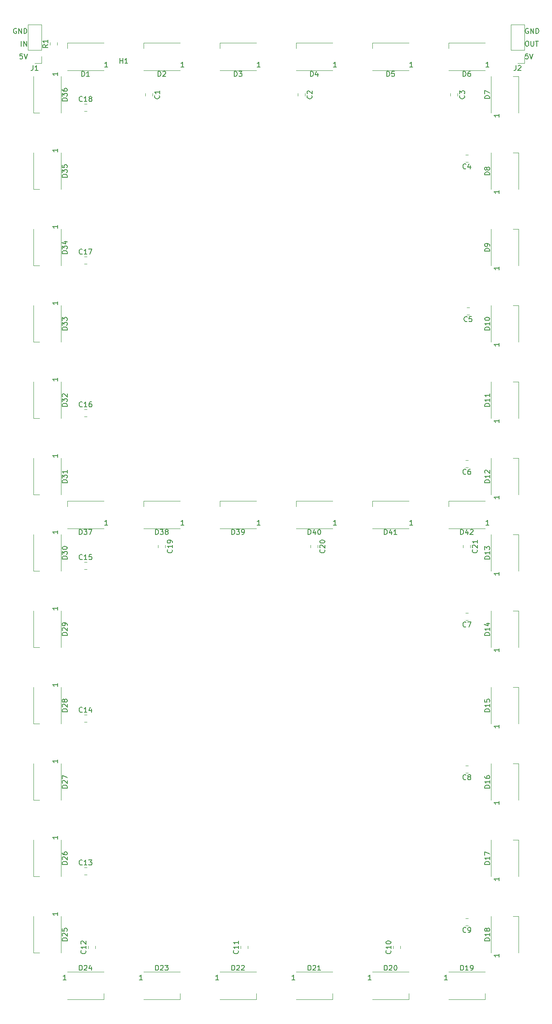
<source format=gbr>
G04 #@! TF.GenerationSoftware,KiCad,Pcbnew,(5.1.5)-3*
G04 #@! TF.CreationDate,2020-10-28T14:25:37+01:00*
G04 #@! TF.ProjectId,7segment,37736567-6d65-46e7-942e-6b696361645f,rev?*
G04 #@! TF.SameCoordinates,Original*
G04 #@! TF.FileFunction,Legend,Top*
G04 #@! TF.FilePolarity,Positive*
%FSLAX46Y46*%
G04 Gerber Fmt 4.6, Leading zero omitted, Abs format (unit mm)*
G04 Created by KiCad (PCBNEW (5.1.5)-3) date 2020-10-28 14:25:37*
%MOMM*%
%LPD*%
G04 APERTURE LIST*
%ADD10C,0.150000*%
%ADD11C,0.120000*%
G04 APERTURE END LIST*
D10*
X144321785Y-24852380D02*
X143845595Y-24852380D01*
X143797976Y-25328571D01*
X143845595Y-25280952D01*
X143940833Y-25233333D01*
X144178928Y-25233333D01*
X144274166Y-25280952D01*
X144321785Y-25328571D01*
X144369404Y-25423809D01*
X144369404Y-25661904D01*
X144321785Y-25757142D01*
X144274166Y-25804761D01*
X144178928Y-25852380D01*
X143940833Y-25852380D01*
X143845595Y-25804761D01*
X143797976Y-25757142D01*
X144655119Y-24852380D02*
X144988452Y-25852380D01*
X145321785Y-24852380D01*
X144369404Y-19820000D02*
X144274166Y-19772380D01*
X144131309Y-19772380D01*
X143988452Y-19820000D01*
X143893214Y-19915238D01*
X143845595Y-20010476D01*
X143797976Y-20200952D01*
X143797976Y-20343809D01*
X143845595Y-20534285D01*
X143893214Y-20629523D01*
X143988452Y-20724761D01*
X144131309Y-20772380D01*
X144226547Y-20772380D01*
X144369404Y-20724761D01*
X144417023Y-20677142D01*
X144417023Y-20343809D01*
X144226547Y-20343809D01*
X144845595Y-20772380D02*
X144845595Y-19772380D01*
X145417023Y-20772380D01*
X145417023Y-19772380D01*
X145893214Y-20772380D02*
X145893214Y-19772380D01*
X146131309Y-19772380D01*
X146274166Y-19820000D01*
X146369404Y-19915238D01*
X146417023Y-20010476D01*
X146464642Y-20200952D01*
X146464642Y-20343809D01*
X146417023Y-20534285D01*
X146369404Y-20629523D01*
X146274166Y-20724761D01*
X146131309Y-20772380D01*
X145893214Y-20772380D01*
X144036071Y-22312380D02*
X144226547Y-22312380D01*
X144321785Y-22360000D01*
X144417023Y-22455238D01*
X144464642Y-22645714D01*
X144464642Y-22979047D01*
X144417023Y-23169523D01*
X144321785Y-23264761D01*
X144226547Y-23312380D01*
X144036071Y-23312380D01*
X143940833Y-23264761D01*
X143845595Y-23169523D01*
X143797976Y-22979047D01*
X143797976Y-22645714D01*
X143845595Y-22455238D01*
X143940833Y-22360000D01*
X144036071Y-22312380D01*
X144893214Y-22312380D02*
X144893214Y-23121904D01*
X144940833Y-23217142D01*
X144988452Y-23264761D01*
X145083690Y-23312380D01*
X145274166Y-23312380D01*
X145369404Y-23264761D01*
X145417023Y-23217142D01*
X145464642Y-23121904D01*
X145464642Y-22312380D01*
X145797976Y-22312380D02*
X146369404Y-22312380D01*
X146083690Y-23312380D02*
X146083690Y-22312380D01*
X43257261Y-24852380D02*
X42781071Y-24852380D01*
X42733452Y-25328571D01*
X42781071Y-25280952D01*
X42876309Y-25233333D01*
X43114404Y-25233333D01*
X43209642Y-25280952D01*
X43257261Y-25328571D01*
X43304880Y-25423809D01*
X43304880Y-25661904D01*
X43257261Y-25757142D01*
X43209642Y-25804761D01*
X43114404Y-25852380D01*
X42876309Y-25852380D01*
X42781071Y-25804761D01*
X42733452Y-25757142D01*
X43590595Y-24852380D02*
X43923928Y-25852380D01*
X44257261Y-24852380D01*
X43066785Y-23312380D02*
X43066785Y-22312380D01*
X43542976Y-23312380D02*
X43542976Y-22312380D01*
X44114404Y-23312380D01*
X44114404Y-22312380D01*
X42066785Y-19820000D02*
X41971547Y-19772380D01*
X41828690Y-19772380D01*
X41685833Y-19820000D01*
X41590595Y-19915238D01*
X41542976Y-20010476D01*
X41495357Y-20200952D01*
X41495357Y-20343809D01*
X41542976Y-20534285D01*
X41590595Y-20629523D01*
X41685833Y-20724761D01*
X41828690Y-20772380D01*
X41923928Y-20772380D01*
X42066785Y-20724761D01*
X42114404Y-20677142D01*
X42114404Y-20343809D01*
X41923928Y-20343809D01*
X42542976Y-20772380D02*
X42542976Y-19772380D01*
X43114404Y-20772380D01*
X43114404Y-19772380D01*
X43590595Y-20772380D02*
X43590595Y-19772380D01*
X43828690Y-19772380D01*
X43971547Y-19820000D01*
X44066785Y-19915238D01*
X44114404Y-20010476D01*
X44162023Y-20200952D01*
X44162023Y-20343809D01*
X44114404Y-20534285D01*
X44066785Y-20629523D01*
X43971547Y-20724761D01*
X43828690Y-20772380D01*
X43590595Y-20772380D01*
D11*
X131370000Y-122928748D02*
X131370000Y-123451252D01*
X132790000Y-122928748D02*
X132790000Y-123451252D01*
X100890000Y-122928748D02*
X100890000Y-123451252D01*
X102310000Y-122928748D02*
X102310000Y-123451252D01*
X70410000Y-122928748D02*
X70410000Y-123451252D01*
X71830000Y-122928748D02*
X71830000Y-123451252D01*
X55618748Y-36270000D02*
X56141252Y-36270000D01*
X55618748Y-34850000D02*
X56141252Y-34850000D01*
X55618748Y-66750000D02*
X56141252Y-66750000D01*
X55618748Y-65330000D02*
X56141252Y-65330000D01*
X55618748Y-97230000D02*
X56141252Y-97230000D01*
X55618748Y-95810000D02*
X56141252Y-95810000D01*
X55618748Y-127710000D02*
X56141252Y-127710000D01*
X55618748Y-126290000D02*
X56141252Y-126290000D01*
X55618748Y-158190000D02*
X56141252Y-158190000D01*
X55618748Y-156770000D02*
X56141252Y-156770000D01*
X55618748Y-188670000D02*
X56141252Y-188670000D01*
X55618748Y-187250000D02*
X56141252Y-187250000D01*
X57860000Y-203461252D02*
X57860000Y-202938748D01*
X56440000Y-203461252D02*
X56440000Y-202938748D01*
X88340000Y-203461252D02*
X88340000Y-202938748D01*
X86920000Y-203461252D02*
X86920000Y-202938748D01*
X118820000Y-203461252D02*
X118820000Y-202938748D01*
X117400000Y-203461252D02*
X117400000Y-202938748D01*
X132341252Y-197410000D02*
X131818748Y-197410000D01*
X132341252Y-198830000D02*
X131818748Y-198830000D01*
X132341252Y-166930000D02*
X131818748Y-166930000D01*
X132341252Y-168350000D02*
X131818748Y-168350000D01*
X132341252Y-136450000D02*
X131818748Y-136450000D01*
X132341252Y-137870000D02*
X131818748Y-137870000D01*
X132341252Y-105970000D02*
X131818748Y-105970000D01*
X132341252Y-107390000D02*
X131818748Y-107390000D01*
X132586253Y-75490000D02*
X132063749Y-75490000D01*
X132586253Y-76910000D02*
X132063749Y-76910000D01*
X132341252Y-45010000D02*
X131818748Y-45010000D01*
X132341252Y-46430000D02*
X131818748Y-46430000D01*
X128830000Y-32758748D02*
X128830000Y-33281252D01*
X130250000Y-32758748D02*
X130250000Y-33281252D01*
X98350000Y-32758748D02*
X98350000Y-33281252D01*
X99770000Y-32758748D02*
X99770000Y-33281252D01*
X67870000Y-32758748D02*
X67870000Y-33281252D01*
X69290000Y-32758748D02*
X69290000Y-33281252D01*
X52230000Y-22650000D02*
X52230000Y-23800000D01*
X59530000Y-22650000D02*
X52230000Y-22650000D01*
X59530000Y-28150000D02*
X52230000Y-28150000D01*
X50240000Y-23121252D02*
X50240000Y-22598748D01*
X48820000Y-23121252D02*
X48820000Y-22598748D01*
X143570000Y-26730000D02*
X142240000Y-26730000D01*
X143570000Y-25400000D02*
X143570000Y-26730000D01*
X143570000Y-24130000D02*
X140910000Y-24130000D01*
X140910000Y-24130000D02*
X140910000Y-18990000D01*
X143570000Y-24130000D02*
X143570000Y-18990000D01*
X143570000Y-18990000D02*
X140910000Y-18990000D01*
X47050000Y-26730000D02*
X45720000Y-26730000D01*
X47050000Y-25400000D02*
X47050000Y-26730000D01*
X47050000Y-24130000D02*
X44390000Y-24130000D01*
X44390000Y-24130000D02*
X44390000Y-18990000D01*
X47050000Y-24130000D02*
X47050000Y-18990000D01*
X47050000Y-18990000D02*
X44390000Y-18990000D01*
X128430000Y-114090000D02*
X128430000Y-115240000D01*
X135730000Y-114090000D02*
X128430000Y-114090000D01*
X135730000Y-119590000D02*
X128430000Y-119590000D01*
X113190000Y-114090000D02*
X113190000Y-115240000D01*
X120490000Y-114090000D02*
X113190000Y-114090000D01*
X120490000Y-119590000D02*
X113190000Y-119590000D01*
X97950000Y-114090000D02*
X97950000Y-115240000D01*
X105250000Y-114090000D02*
X97950000Y-114090000D01*
X105250000Y-119590000D02*
X97950000Y-119590000D01*
X82710000Y-114090000D02*
X82710000Y-115240000D01*
X90010000Y-114090000D02*
X82710000Y-114090000D01*
X90010000Y-119590000D02*
X82710000Y-119590000D01*
X67470000Y-114090000D02*
X67470000Y-115240000D01*
X74770000Y-114090000D02*
X67470000Y-114090000D01*
X74770000Y-119590000D02*
X67470000Y-119590000D01*
X52230000Y-114090000D02*
X52230000Y-115240000D01*
X59530000Y-114090000D02*
X52230000Y-114090000D01*
X59530000Y-119590000D02*
X52230000Y-119590000D01*
X45510000Y-36670000D02*
X46660000Y-36670000D01*
X45510000Y-29370000D02*
X45510000Y-36670000D01*
X51010000Y-29370000D02*
X51010000Y-36670000D01*
X45510000Y-51910000D02*
X46660000Y-51910000D01*
X45510000Y-44610000D02*
X45510000Y-51910000D01*
X51010000Y-44610000D02*
X51010000Y-51910000D01*
X45510000Y-67150000D02*
X46660000Y-67150000D01*
X45510000Y-59850000D02*
X45510000Y-67150000D01*
X51010000Y-59850000D02*
X51010000Y-67150000D01*
X45510000Y-82390000D02*
X46660000Y-82390000D01*
X45510000Y-75090000D02*
X45510000Y-82390000D01*
X51010000Y-75090000D02*
X51010000Y-82390000D01*
X45510000Y-97630000D02*
X46660000Y-97630000D01*
X45510000Y-90330000D02*
X45510000Y-97630000D01*
X51010000Y-90330000D02*
X51010000Y-97630000D01*
X45510000Y-112870000D02*
X46660000Y-112870000D01*
X45510000Y-105570000D02*
X45510000Y-112870000D01*
X51010000Y-105570000D02*
X51010000Y-112870000D01*
X45510000Y-128110000D02*
X46660000Y-128110000D01*
X45510000Y-120810000D02*
X45510000Y-128110000D01*
X51010000Y-120810000D02*
X51010000Y-128110000D01*
X45510000Y-143350000D02*
X46660000Y-143350000D01*
X45510000Y-136050000D02*
X45510000Y-143350000D01*
X51010000Y-136050000D02*
X51010000Y-143350000D01*
X45510000Y-158590000D02*
X46660000Y-158590000D01*
X45510000Y-151290000D02*
X45510000Y-158590000D01*
X51010000Y-151290000D02*
X51010000Y-158590000D01*
X45510000Y-173830000D02*
X46660000Y-173830000D01*
X45510000Y-166530000D02*
X45510000Y-173830000D01*
X51010000Y-166530000D02*
X51010000Y-173830000D01*
X45510000Y-189070000D02*
X46660000Y-189070000D01*
X45510000Y-181770000D02*
X45510000Y-189070000D01*
X51010000Y-181770000D02*
X51010000Y-189070000D01*
X45510000Y-204310000D02*
X46660000Y-204310000D01*
X45510000Y-197010000D02*
X45510000Y-204310000D01*
X51010000Y-197010000D02*
X51010000Y-204310000D01*
X59530000Y-213570000D02*
X59530000Y-212420000D01*
X52230000Y-213570000D02*
X59530000Y-213570000D01*
X52230000Y-208070000D02*
X59530000Y-208070000D01*
X74770000Y-213570000D02*
X74770000Y-212420000D01*
X67470000Y-213570000D02*
X74770000Y-213570000D01*
X67470000Y-208070000D02*
X74770000Y-208070000D01*
X90010000Y-213570000D02*
X90010000Y-212420000D01*
X82710000Y-213570000D02*
X90010000Y-213570000D01*
X82710000Y-208070000D02*
X90010000Y-208070000D01*
X105250000Y-213570000D02*
X105250000Y-212420000D01*
X97950000Y-213570000D02*
X105250000Y-213570000D01*
X97950000Y-208070000D02*
X105250000Y-208070000D01*
X120490000Y-213570000D02*
X120490000Y-212420000D01*
X113190000Y-213570000D02*
X120490000Y-213570000D01*
X113190000Y-208070000D02*
X120490000Y-208070000D01*
X135730000Y-213570000D02*
X135730000Y-212420000D01*
X128430000Y-213570000D02*
X135730000Y-213570000D01*
X128430000Y-208070000D02*
X135730000Y-208070000D01*
X142450000Y-197010000D02*
X141300000Y-197010000D01*
X142450000Y-204310000D02*
X142450000Y-197010000D01*
X136950000Y-204310000D02*
X136950000Y-197010000D01*
X142450000Y-181770000D02*
X141300000Y-181770000D01*
X142450000Y-189070000D02*
X142450000Y-181770000D01*
X136950000Y-189070000D02*
X136950000Y-181770000D01*
X142450000Y-166530000D02*
X141300000Y-166530000D01*
X142450000Y-173830000D02*
X142450000Y-166530000D01*
X136950000Y-173830000D02*
X136950000Y-166530000D01*
X142450000Y-151290000D02*
X141300000Y-151290000D01*
X142450000Y-158590000D02*
X142450000Y-151290000D01*
X136950000Y-158590000D02*
X136950000Y-151290000D01*
X142450000Y-136050000D02*
X141300000Y-136050000D01*
X142450000Y-143350000D02*
X142450000Y-136050000D01*
X136950000Y-143350000D02*
X136950000Y-136050000D01*
X142450000Y-120810000D02*
X141300000Y-120810000D01*
X142450000Y-128110000D02*
X142450000Y-120810000D01*
X136950000Y-128110000D02*
X136950000Y-120810000D01*
X142450000Y-105570000D02*
X141300000Y-105570000D01*
X142450000Y-112870000D02*
X142450000Y-105570000D01*
X136950000Y-112870000D02*
X136950000Y-105570000D01*
X142450000Y-90330000D02*
X141300000Y-90330000D01*
X142450000Y-97630000D02*
X142450000Y-90330000D01*
X136950000Y-97630000D02*
X136950000Y-90330000D01*
X142450000Y-75090000D02*
X141300000Y-75090000D01*
X142450000Y-82390000D02*
X142450000Y-75090000D01*
X136950000Y-82390000D02*
X136950000Y-75090000D01*
X142450000Y-59850000D02*
X141300000Y-59850000D01*
X142450000Y-67150000D02*
X142450000Y-59850000D01*
X136950000Y-67150000D02*
X136950000Y-59850000D01*
X142450000Y-44610000D02*
X141300000Y-44610000D01*
X142450000Y-51910000D02*
X142450000Y-44610000D01*
X136950000Y-51910000D02*
X136950000Y-44610000D01*
X142450000Y-29370000D02*
X141300000Y-29370000D01*
X142450000Y-36670000D02*
X142450000Y-29370000D01*
X136950000Y-36670000D02*
X136950000Y-29370000D01*
X128430000Y-22650000D02*
X128430000Y-23800000D01*
X135730000Y-22650000D02*
X128430000Y-22650000D01*
X135730000Y-28150000D02*
X128430000Y-28150000D01*
X113190000Y-22650000D02*
X113190000Y-23800000D01*
X120490000Y-22650000D02*
X113190000Y-22650000D01*
X120490000Y-28150000D02*
X113190000Y-28150000D01*
X97950000Y-22650000D02*
X97950000Y-23800000D01*
X105250000Y-22650000D02*
X97950000Y-22650000D01*
X105250000Y-28150000D02*
X97950000Y-28150000D01*
X82710000Y-22650000D02*
X82710000Y-23800000D01*
X90010000Y-22650000D02*
X82710000Y-22650000D01*
X90010000Y-28150000D02*
X82710000Y-28150000D01*
X67470000Y-22650000D02*
X67470000Y-23800000D01*
X74770000Y-22650000D02*
X67470000Y-22650000D01*
X74770000Y-28150000D02*
X67470000Y-28150000D01*
D10*
X134087142Y-123832857D02*
X134134761Y-123880476D01*
X134182380Y-124023333D01*
X134182380Y-124118571D01*
X134134761Y-124261428D01*
X134039523Y-124356666D01*
X133944285Y-124404285D01*
X133753809Y-124451904D01*
X133610952Y-124451904D01*
X133420476Y-124404285D01*
X133325238Y-124356666D01*
X133230000Y-124261428D01*
X133182380Y-124118571D01*
X133182380Y-124023333D01*
X133230000Y-123880476D01*
X133277619Y-123832857D01*
X133277619Y-123451904D02*
X133230000Y-123404285D01*
X133182380Y-123309047D01*
X133182380Y-123070952D01*
X133230000Y-122975714D01*
X133277619Y-122928095D01*
X133372857Y-122880476D01*
X133468095Y-122880476D01*
X133610952Y-122928095D01*
X134182380Y-123499523D01*
X134182380Y-122880476D01*
X134182380Y-121928095D02*
X134182380Y-122499523D01*
X134182380Y-122213809D02*
X133182380Y-122213809D01*
X133325238Y-122309047D01*
X133420476Y-122404285D01*
X133468095Y-122499523D01*
X103607142Y-123832857D02*
X103654761Y-123880476D01*
X103702380Y-124023333D01*
X103702380Y-124118571D01*
X103654761Y-124261428D01*
X103559523Y-124356666D01*
X103464285Y-124404285D01*
X103273809Y-124451904D01*
X103130952Y-124451904D01*
X102940476Y-124404285D01*
X102845238Y-124356666D01*
X102750000Y-124261428D01*
X102702380Y-124118571D01*
X102702380Y-124023333D01*
X102750000Y-123880476D01*
X102797619Y-123832857D01*
X102797619Y-123451904D02*
X102750000Y-123404285D01*
X102702380Y-123309047D01*
X102702380Y-123070952D01*
X102750000Y-122975714D01*
X102797619Y-122928095D01*
X102892857Y-122880476D01*
X102988095Y-122880476D01*
X103130952Y-122928095D01*
X103702380Y-123499523D01*
X103702380Y-122880476D01*
X102702380Y-122261428D02*
X102702380Y-122166190D01*
X102750000Y-122070952D01*
X102797619Y-122023333D01*
X102892857Y-121975714D01*
X103083333Y-121928095D01*
X103321428Y-121928095D01*
X103511904Y-121975714D01*
X103607142Y-122023333D01*
X103654761Y-122070952D01*
X103702380Y-122166190D01*
X103702380Y-122261428D01*
X103654761Y-122356666D01*
X103607142Y-122404285D01*
X103511904Y-122451904D01*
X103321428Y-122499523D01*
X103083333Y-122499523D01*
X102892857Y-122451904D01*
X102797619Y-122404285D01*
X102750000Y-122356666D01*
X102702380Y-122261428D01*
X73127142Y-123832857D02*
X73174761Y-123880476D01*
X73222380Y-124023333D01*
X73222380Y-124118571D01*
X73174761Y-124261428D01*
X73079523Y-124356666D01*
X72984285Y-124404285D01*
X72793809Y-124451904D01*
X72650952Y-124451904D01*
X72460476Y-124404285D01*
X72365238Y-124356666D01*
X72270000Y-124261428D01*
X72222380Y-124118571D01*
X72222380Y-124023333D01*
X72270000Y-123880476D01*
X72317619Y-123832857D01*
X73222380Y-122880476D02*
X73222380Y-123451904D01*
X73222380Y-123166190D02*
X72222380Y-123166190D01*
X72365238Y-123261428D01*
X72460476Y-123356666D01*
X72508095Y-123451904D01*
X73222380Y-122404285D02*
X73222380Y-122213809D01*
X73174761Y-122118571D01*
X73127142Y-122070952D01*
X72984285Y-121975714D01*
X72793809Y-121928095D01*
X72412857Y-121928095D01*
X72317619Y-121975714D01*
X72270000Y-122023333D01*
X72222380Y-122118571D01*
X72222380Y-122309047D01*
X72270000Y-122404285D01*
X72317619Y-122451904D01*
X72412857Y-122499523D01*
X72650952Y-122499523D01*
X72746190Y-122451904D01*
X72793809Y-122404285D01*
X72841428Y-122309047D01*
X72841428Y-122118571D01*
X72793809Y-122023333D01*
X72746190Y-121975714D01*
X72650952Y-121928095D01*
X55237142Y-34267142D02*
X55189523Y-34314761D01*
X55046666Y-34362380D01*
X54951428Y-34362380D01*
X54808571Y-34314761D01*
X54713333Y-34219523D01*
X54665714Y-34124285D01*
X54618095Y-33933809D01*
X54618095Y-33790952D01*
X54665714Y-33600476D01*
X54713333Y-33505238D01*
X54808571Y-33410000D01*
X54951428Y-33362380D01*
X55046666Y-33362380D01*
X55189523Y-33410000D01*
X55237142Y-33457619D01*
X56189523Y-34362380D02*
X55618095Y-34362380D01*
X55903809Y-34362380D02*
X55903809Y-33362380D01*
X55808571Y-33505238D01*
X55713333Y-33600476D01*
X55618095Y-33648095D01*
X56760952Y-33790952D02*
X56665714Y-33743333D01*
X56618095Y-33695714D01*
X56570476Y-33600476D01*
X56570476Y-33552857D01*
X56618095Y-33457619D01*
X56665714Y-33410000D01*
X56760952Y-33362380D01*
X56951428Y-33362380D01*
X57046666Y-33410000D01*
X57094285Y-33457619D01*
X57141904Y-33552857D01*
X57141904Y-33600476D01*
X57094285Y-33695714D01*
X57046666Y-33743333D01*
X56951428Y-33790952D01*
X56760952Y-33790952D01*
X56665714Y-33838571D01*
X56618095Y-33886190D01*
X56570476Y-33981428D01*
X56570476Y-34171904D01*
X56618095Y-34267142D01*
X56665714Y-34314761D01*
X56760952Y-34362380D01*
X56951428Y-34362380D01*
X57046666Y-34314761D01*
X57094285Y-34267142D01*
X57141904Y-34171904D01*
X57141904Y-33981428D01*
X57094285Y-33886190D01*
X57046666Y-33838571D01*
X56951428Y-33790952D01*
X55237142Y-64747142D02*
X55189523Y-64794761D01*
X55046666Y-64842380D01*
X54951428Y-64842380D01*
X54808571Y-64794761D01*
X54713333Y-64699523D01*
X54665714Y-64604285D01*
X54618095Y-64413809D01*
X54618095Y-64270952D01*
X54665714Y-64080476D01*
X54713333Y-63985238D01*
X54808571Y-63890000D01*
X54951428Y-63842380D01*
X55046666Y-63842380D01*
X55189523Y-63890000D01*
X55237142Y-63937619D01*
X56189523Y-64842380D02*
X55618095Y-64842380D01*
X55903809Y-64842380D02*
X55903809Y-63842380D01*
X55808571Y-63985238D01*
X55713333Y-64080476D01*
X55618095Y-64128095D01*
X56522857Y-63842380D02*
X57189523Y-63842380D01*
X56760952Y-64842380D01*
X55237142Y-95227142D02*
X55189523Y-95274761D01*
X55046666Y-95322380D01*
X54951428Y-95322380D01*
X54808571Y-95274761D01*
X54713333Y-95179523D01*
X54665714Y-95084285D01*
X54618095Y-94893809D01*
X54618095Y-94750952D01*
X54665714Y-94560476D01*
X54713333Y-94465238D01*
X54808571Y-94370000D01*
X54951428Y-94322380D01*
X55046666Y-94322380D01*
X55189523Y-94370000D01*
X55237142Y-94417619D01*
X56189523Y-95322380D02*
X55618095Y-95322380D01*
X55903809Y-95322380D02*
X55903809Y-94322380D01*
X55808571Y-94465238D01*
X55713333Y-94560476D01*
X55618095Y-94608095D01*
X57046666Y-94322380D02*
X56856190Y-94322380D01*
X56760952Y-94370000D01*
X56713333Y-94417619D01*
X56618095Y-94560476D01*
X56570476Y-94750952D01*
X56570476Y-95131904D01*
X56618095Y-95227142D01*
X56665714Y-95274761D01*
X56760952Y-95322380D01*
X56951428Y-95322380D01*
X57046666Y-95274761D01*
X57094285Y-95227142D01*
X57141904Y-95131904D01*
X57141904Y-94893809D01*
X57094285Y-94798571D01*
X57046666Y-94750952D01*
X56951428Y-94703333D01*
X56760952Y-94703333D01*
X56665714Y-94750952D01*
X56618095Y-94798571D01*
X56570476Y-94893809D01*
X55237142Y-125707142D02*
X55189523Y-125754761D01*
X55046666Y-125802380D01*
X54951428Y-125802380D01*
X54808571Y-125754761D01*
X54713333Y-125659523D01*
X54665714Y-125564285D01*
X54618095Y-125373809D01*
X54618095Y-125230952D01*
X54665714Y-125040476D01*
X54713333Y-124945238D01*
X54808571Y-124850000D01*
X54951428Y-124802380D01*
X55046666Y-124802380D01*
X55189523Y-124850000D01*
X55237142Y-124897619D01*
X56189523Y-125802380D02*
X55618095Y-125802380D01*
X55903809Y-125802380D02*
X55903809Y-124802380D01*
X55808571Y-124945238D01*
X55713333Y-125040476D01*
X55618095Y-125088095D01*
X57094285Y-124802380D02*
X56618095Y-124802380D01*
X56570476Y-125278571D01*
X56618095Y-125230952D01*
X56713333Y-125183333D01*
X56951428Y-125183333D01*
X57046666Y-125230952D01*
X57094285Y-125278571D01*
X57141904Y-125373809D01*
X57141904Y-125611904D01*
X57094285Y-125707142D01*
X57046666Y-125754761D01*
X56951428Y-125802380D01*
X56713333Y-125802380D01*
X56618095Y-125754761D01*
X56570476Y-125707142D01*
X55237142Y-156187142D02*
X55189523Y-156234761D01*
X55046666Y-156282380D01*
X54951428Y-156282380D01*
X54808571Y-156234761D01*
X54713333Y-156139523D01*
X54665714Y-156044285D01*
X54618095Y-155853809D01*
X54618095Y-155710952D01*
X54665714Y-155520476D01*
X54713333Y-155425238D01*
X54808571Y-155330000D01*
X54951428Y-155282380D01*
X55046666Y-155282380D01*
X55189523Y-155330000D01*
X55237142Y-155377619D01*
X56189523Y-156282380D02*
X55618095Y-156282380D01*
X55903809Y-156282380D02*
X55903809Y-155282380D01*
X55808571Y-155425238D01*
X55713333Y-155520476D01*
X55618095Y-155568095D01*
X57046666Y-155615714D02*
X57046666Y-156282380D01*
X56808571Y-155234761D02*
X56570476Y-155949047D01*
X57189523Y-155949047D01*
X55237142Y-186667142D02*
X55189523Y-186714761D01*
X55046666Y-186762380D01*
X54951428Y-186762380D01*
X54808571Y-186714761D01*
X54713333Y-186619523D01*
X54665714Y-186524285D01*
X54618095Y-186333809D01*
X54618095Y-186190952D01*
X54665714Y-186000476D01*
X54713333Y-185905238D01*
X54808571Y-185810000D01*
X54951428Y-185762380D01*
X55046666Y-185762380D01*
X55189523Y-185810000D01*
X55237142Y-185857619D01*
X56189523Y-186762380D02*
X55618095Y-186762380D01*
X55903809Y-186762380D02*
X55903809Y-185762380D01*
X55808571Y-185905238D01*
X55713333Y-186000476D01*
X55618095Y-186048095D01*
X56522857Y-185762380D02*
X57141904Y-185762380D01*
X56808571Y-186143333D01*
X56951428Y-186143333D01*
X57046666Y-186190952D01*
X57094285Y-186238571D01*
X57141904Y-186333809D01*
X57141904Y-186571904D01*
X57094285Y-186667142D01*
X57046666Y-186714761D01*
X56951428Y-186762380D01*
X56665714Y-186762380D01*
X56570476Y-186714761D01*
X56522857Y-186667142D01*
X55857142Y-203842857D02*
X55904761Y-203890476D01*
X55952380Y-204033333D01*
X55952380Y-204128571D01*
X55904761Y-204271428D01*
X55809523Y-204366666D01*
X55714285Y-204414285D01*
X55523809Y-204461904D01*
X55380952Y-204461904D01*
X55190476Y-204414285D01*
X55095238Y-204366666D01*
X55000000Y-204271428D01*
X54952380Y-204128571D01*
X54952380Y-204033333D01*
X55000000Y-203890476D01*
X55047619Y-203842857D01*
X55952380Y-202890476D02*
X55952380Y-203461904D01*
X55952380Y-203176190D02*
X54952380Y-203176190D01*
X55095238Y-203271428D01*
X55190476Y-203366666D01*
X55238095Y-203461904D01*
X55047619Y-202509523D02*
X55000000Y-202461904D01*
X54952380Y-202366666D01*
X54952380Y-202128571D01*
X55000000Y-202033333D01*
X55047619Y-201985714D01*
X55142857Y-201938095D01*
X55238095Y-201938095D01*
X55380952Y-201985714D01*
X55952380Y-202557142D01*
X55952380Y-201938095D01*
X86337142Y-203842857D02*
X86384761Y-203890476D01*
X86432380Y-204033333D01*
X86432380Y-204128571D01*
X86384761Y-204271428D01*
X86289523Y-204366666D01*
X86194285Y-204414285D01*
X86003809Y-204461904D01*
X85860952Y-204461904D01*
X85670476Y-204414285D01*
X85575238Y-204366666D01*
X85480000Y-204271428D01*
X85432380Y-204128571D01*
X85432380Y-204033333D01*
X85480000Y-203890476D01*
X85527619Y-203842857D01*
X86432380Y-202890476D02*
X86432380Y-203461904D01*
X86432380Y-203176190D02*
X85432380Y-203176190D01*
X85575238Y-203271428D01*
X85670476Y-203366666D01*
X85718095Y-203461904D01*
X86432380Y-201938095D02*
X86432380Y-202509523D01*
X86432380Y-202223809D02*
X85432380Y-202223809D01*
X85575238Y-202319047D01*
X85670476Y-202414285D01*
X85718095Y-202509523D01*
X116817142Y-203842857D02*
X116864761Y-203890476D01*
X116912380Y-204033333D01*
X116912380Y-204128571D01*
X116864761Y-204271428D01*
X116769523Y-204366666D01*
X116674285Y-204414285D01*
X116483809Y-204461904D01*
X116340952Y-204461904D01*
X116150476Y-204414285D01*
X116055238Y-204366666D01*
X115960000Y-204271428D01*
X115912380Y-204128571D01*
X115912380Y-204033333D01*
X115960000Y-203890476D01*
X116007619Y-203842857D01*
X116912380Y-202890476D02*
X116912380Y-203461904D01*
X116912380Y-203176190D02*
X115912380Y-203176190D01*
X116055238Y-203271428D01*
X116150476Y-203366666D01*
X116198095Y-203461904D01*
X115912380Y-202271428D02*
X115912380Y-202176190D01*
X115960000Y-202080952D01*
X116007619Y-202033333D01*
X116102857Y-201985714D01*
X116293333Y-201938095D01*
X116531428Y-201938095D01*
X116721904Y-201985714D01*
X116817142Y-202033333D01*
X116864761Y-202080952D01*
X116912380Y-202176190D01*
X116912380Y-202271428D01*
X116864761Y-202366666D01*
X116817142Y-202414285D01*
X116721904Y-202461904D01*
X116531428Y-202509523D01*
X116293333Y-202509523D01*
X116102857Y-202461904D01*
X116007619Y-202414285D01*
X115960000Y-202366666D01*
X115912380Y-202271428D01*
X131913333Y-200127142D02*
X131865714Y-200174761D01*
X131722857Y-200222380D01*
X131627619Y-200222380D01*
X131484761Y-200174761D01*
X131389523Y-200079523D01*
X131341904Y-199984285D01*
X131294285Y-199793809D01*
X131294285Y-199650952D01*
X131341904Y-199460476D01*
X131389523Y-199365238D01*
X131484761Y-199270000D01*
X131627619Y-199222380D01*
X131722857Y-199222380D01*
X131865714Y-199270000D01*
X131913333Y-199317619D01*
X132389523Y-200222380D02*
X132580000Y-200222380D01*
X132675238Y-200174761D01*
X132722857Y-200127142D01*
X132818095Y-199984285D01*
X132865714Y-199793809D01*
X132865714Y-199412857D01*
X132818095Y-199317619D01*
X132770476Y-199270000D01*
X132675238Y-199222380D01*
X132484761Y-199222380D01*
X132389523Y-199270000D01*
X132341904Y-199317619D01*
X132294285Y-199412857D01*
X132294285Y-199650952D01*
X132341904Y-199746190D01*
X132389523Y-199793809D01*
X132484761Y-199841428D01*
X132675238Y-199841428D01*
X132770476Y-199793809D01*
X132818095Y-199746190D01*
X132865714Y-199650952D01*
X131913333Y-169647142D02*
X131865714Y-169694761D01*
X131722857Y-169742380D01*
X131627619Y-169742380D01*
X131484761Y-169694761D01*
X131389523Y-169599523D01*
X131341904Y-169504285D01*
X131294285Y-169313809D01*
X131294285Y-169170952D01*
X131341904Y-168980476D01*
X131389523Y-168885238D01*
X131484761Y-168790000D01*
X131627619Y-168742380D01*
X131722857Y-168742380D01*
X131865714Y-168790000D01*
X131913333Y-168837619D01*
X132484761Y-169170952D02*
X132389523Y-169123333D01*
X132341904Y-169075714D01*
X132294285Y-168980476D01*
X132294285Y-168932857D01*
X132341904Y-168837619D01*
X132389523Y-168790000D01*
X132484761Y-168742380D01*
X132675238Y-168742380D01*
X132770476Y-168790000D01*
X132818095Y-168837619D01*
X132865714Y-168932857D01*
X132865714Y-168980476D01*
X132818095Y-169075714D01*
X132770476Y-169123333D01*
X132675238Y-169170952D01*
X132484761Y-169170952D01*
X132389523Y-169218571D01*
X132341904Y-169266190D01*
X132294285Y-169361428D01*
X132294285Y-169551904D01*
X132341904Y-169647142D01*
X132389523Y-169694761D01*
X132484761Y-169742380D01*
X132675238Y-169742380D01*
X132770476Y-169694761D01*
X132818095Y-169647142D01*
X132865714Y-169551904D01*
X132865714Y-169361428D01*
X132818095Y-169266190D01*
X132770476Y-169218571D01*
X132675238Y-169170952D01*
X131913333Y-139167142D02*
X131865714Y-139214761D01*
X131722857Y-139262380D01*
X131627619Y-139262380D01*
X131484761Y-139214761D01*
X131389523Y-139119523D01*
X131341904Y-139024285D01*
X131294285Y-138833809D01*
X131294285Y-138690952D01*
X131341904Y-138500476D01*
X131389523Y-138405238D01*
X131484761Y-138310000D01*
X131627619Y-138262380D01*
X131722857Y-138262380D01*
X131865714Y-138310000D01*
X131913333Y-138357619D01*
X132246666Y-138262380D02*
X132913333Y-138262380D01*
X132484761Y-139262380D01*
X131913333Y-108687142D02*
X131865714Y-108734761D01*
X131722857Y-108782380D01*
X131627619Y-108782380D01*
X131484761Y-108734761D01*
X131389523Y-108639523D01*
X131341904Y-108544285D01*
X131294285Y-108353809D01*
X131294285Y-108210952D01*
X131341904Y-108020476D01*
X131389523Y-107925238D01*
X131484761Y-107830000D01*
X131627619Y-107782380D01*
X131722857Y-107782380D01*
X131865714Y-107830000D01*
X131913333Y-107877619D01*
X132770476Y-107782380D02*
X132580000Y-107782380D01*
X132484761Y-107830000D01*
X132437142Y-107877619D01*
X132341904Y-108020476D01*
X132294285Y-108210952D01*
X132294285Y-108591904D01*
X132341904Y-108687142D01*
X132389523Y-108734761D01*
X132484761Y-108782380D01*
X132675238Y-108782380D01*
X132770476Y-108734761D01*
X132818095Y-108687142D01*
X132865714Y-108591904D01*
X132865714Y-108353809D01*
X132818095Y-108258571D01*
X132770476Y-108210952D01*
X132675238Y-108163333D01*
X132484761Y-108163333D01*
X132389523Y-108210952D01*
X132341904Y-108258571D01*
X132294285Y-108353809D01*
X132158334Y-78207142D02*
X132110715Y-78254761D01*
X131967858Y-78302380D01*
X131872620Y-78302380D01*
X131729762Y-78254761D01*
X131634524Y-78159523D01*
X131586905Y-78064285D01*
X131539286Y-77873809D01*
X131539286Y-77730952D01*
X131586905Y-77540476D01*
X131634524Y-77445238D01*
X131729762Y-77350000D01*
X131872620Y-77302380D01*
X131967858Y-77302380D01*
X132110715Y-77350000D01*
X132158334Y-77397619D01*
X133063096Y-77302380D02*
X132586905Y-77302380D01*
X132539286Y-77778571D01*
X132586905Y-77730952D01*
X132682143Y-77683333D01*
X132920239Y-77683333D01*
X133015477Y-77730952D01*
X133063096Y-77778571D01*
X133110715Y-77873809D01*
X133110715Y-78111904D01*
X133063096Y-78207142D01*
X133015477Y-78254761D01*
X132920239Y-78302380D01*
X132682143Y-78302380D01*
X132586905Y-78254761D01*
X132539286Y-78207142D01*
X131913333Y-47727142D02*
X131865714Y-47774761D01*
X131722857Y-47822380D01*
X131627619Y-47822380D01*
X131484761Y-47774761D01*
X131389523Y-47679523D01*
X131341904Y-47584285D01*
X131294285Y-47393809D01*
X131294285Y-47250952D01*
X131341904Y-47060476D01*
X131389523Y-46965238D01*
X131484761Y-46870000D01*
X131627619Y-46822380D01*
X131722857Y-46822380D01*
X131865714Y-46870000D01*
X131913333Y-46917619D01*
X132770476Y-47155714D02*
X132770476Y-47822380D01*
X132532380Y-46774761D02*
X132294285Y-47489047D01*
X132913333Y-47489047D01*
X131547142Y-33186666D02*
X131594761Y-33234285D01*
X131642380Y-33377142D01*
X131642380Y-33472380D01*
X131594761Y-33615238D01*
X131499523Y-33710476D01*
X131404285Y-33758095D01*
X131213809Y-33805714D01*
X131070952Y-33805714D01*
X130880476Y-33758095D01*
X130785238Y-33710476D01*
X130690000Y-33615238D01*
X130642380Y-33472380D01*
X130642380Y-33377142D01*
X130690000Y-33234285D01*
X130737619Y-33186666D01*
X130642380Y-32853333D02*
X130642380Y-32234285D01*
X131023333Y-32567619D01*
X131023333Y-32424761D01*
X131070952Y-32329523D01*
X131118571Y-32281904D01*
X131213809Y-32234285D01*
X131451904Y-32234285D01*
X131547142Y-32281904D01*
X131594761Y-32329523D01*
X131642380Y-32424761D01*
X131642380Y-32710476D01*
X131594761Y-32805714D01*
X131547142Y-32853333D01*
X101067142Y-33186666D02*
X101114761Y-33234285D01*
X101162380Y-33377142D01*
X101162380Y-33472380D01*
X101114761Y-33615238D01*
X101019523Y-33710476D01*
X100924285Y-33758095D01*
X100733809Y-33805714D01*
X100590952Y-33805714D01*
X100400476Y-33758095D01*
X100305238Y-33710476D01*
X100210000Y-33615238D01*
X100162380Y-33472380D01*
X100162380Y-33377142D01*
X100210000Y-33234285D01*
X100257619Y-33186666D01*
X100257619Y-32805714D02*
X100210000Y-32758095D01*
X100162380Y-32662857D01*
X100162380Y-32424761D01*
X100210000Y-32329523D01*
X100257619Y-32281904D01*
X100352857Y-32234285D01*
X100448095Y-32234285D01*
X100590952Y-32281904D01*
X101162380Y-32853333D01*
X101162380Y-32234285D01*
X70587142Y-33186666D02*
X70634761Y-33234285D01*
X70682380Y-33377142D01*
X70682380Y-33472380D01*
X70634761Y-33615238D01*
X70539523Y-33710476D01*
X70444285Y-33758095D01*
X70253809Y-33805714D01*
X70110952Y-33805714D01*
X69920476Y-33758095D01*
X69825238Y-33710476D01*
X69730000Y-33615238D01*
X69682380Y-33472380D01*
X69682380Y-33377142D01*
X69730000Y-33234285D01*
X69777619Y-33186666D01*
X70682380Y-32234285D02*
X70682380Y-32805714D01*
X70682380Y-32520000D02*
X69682380Y-32520000D01*
X69825238Y-32615238D01*
X69920476Y-32710476D01*
X69968095Y-32805714D01*
X55141904Y-29352380D02*
X55141904Y-28352380D01*
X55380000Y-28352380D01*
X55522857Y-28400000D01*
X55618095Y-28495238D01*
X55665714Y-28590476D01*
X55713333Y-28780952D01*
X55713333Y-28923809D01*
X55665714Y-29114285D01*
X55618095Y-29209523D01*
X55522857Y-29304761D01*
X55380000Y-29352380D01*
X55141904Y-29352380D01*
X56665714Y-29352380D02*
X56094285Y-29352380D01*
X56380000Y-29352380D02*
X56380000Y-28352380D01*
X56284761Y-28495238D01*
X56189523Y-28590476D01*
X56094285Y-28638095D01*
X60315714Y-27452380D02*
X59744285Y-27452380D01*
X60030000Y-27452380D02*
X60030000Y-26452380D01*
X59934761Y-26595238D01*
X59839523Y-26690476D01*
X59744285Y-26738095D01*
X62738095Y-26732380D02*
X62738095Y-25732380D01*
X62738095Y-26208571D02*
X63309523Y-26208571D01*
X63309523Y-26732380D02*
X63309523Y-25732380D01*
X64309523Y-26732380D02*
X63738095Y-26732380D01*
X64023809Y-26732380D02*
X64023809Y-25732380D01*
X63928571Y-25875238D01*
X63833333Y-25970476D01*
X63738095Y-26018095D01*
X48332380Y-23026666D02*
X47856190Y-23360000D01*
X48332380Y-23598095D02*
X47332380Y-23598095D01*
X47332380Y-23217142D01*
X47380000Y-23121904D01*
X47427619Y-23074285D01*
X47522857Y-23026666D01*
X47665714Y-23026666D01*
X47760952Y-23074285D01*
X47808571Y-23121904D01*
X47856190Y-23217142D01*
X47856190Y-23598095D01*
X48332380Y-22074285D02*
X48332380Y-22645714D01*
X48332380Y-22360000D02*
X47332380Y-22360000D01*
X47475238Y-22455238D01*
X47570476Y-22550476D01*
X47618095Y-22645714D01*
X141906666Y-27182380D02*
X141906666Y-27896666D01*
X141859047Y-28039523D01*
X141763809Y-28134761D01*
X141620952Y-28182380D01*
X141525714Y-28182380D01*
X142335238Y-27277619D02*
X142382857Y-27230000D01*
X142478095Y-27182380D01*
X142716190Y-27182380D01*
X142811428Y-27230000D01*
X142859047Y-27277619D01*
X142906666Y-27372857D01*
X142906666Y-27468095D01*
X142859047Y-27610952D01*
X142287619Y-28182380D01*
X142906666Y-28182380D01*
X45386666Y-27182380D02*
X45386666Y-27896666D01*
X45339047Y-28039523D01*
X45243809Y-28134761D01*
X45100952Y-28182380D01*
X45005714Y-28182380D01*
X46386666Y-28182380D02*
X45815238Y-28182380D01*
X46100952Y-28182380D02*
X46100952Y-27182380D01*
X46005714Y-27325238D01*
X45910476Y-27420476D01*
X45815238Y-27468095D01*
X130865714Y-120792380D02*
X130865714Y-119792380D01*
X131103809Y-119792380D01*
X131246666Y-119840000D01*
X131341904Y-119935238D01*
X131389523Y-120030476D01*
X131437142Y-120220952D01*
X131437142Y-120363809D01*
X131389523Y-120554285D01*
X131341904Y-120649523D01*
X131246666Y-120744761D01*
X131103809Y-120792380D01*
X130865714Y-120792380D01*
X132294285Y-120125714D02*
X132294285Y-120792380D01*
X132056190Y-119744761D02*
X131818095Y-120459047D01*
X132437142Y-120459047D01*
X132770476Y-119887619D02*
X132818095Y-119840000D01*
X132913333Y-119792380D01*
X133151428Y-119792380D01*
X133246666Y-119840000D01*
X133294285Y-119887619D01*
X133341904Y-119982857D01*
X133341904Y-120078095D01*
X133294285Y-120220952D01*
X132722857Y-120792380D01*
X133341904Y-120792380D01*
X136515714Y-118892380D02*
X135944285Y-118892380D01*
X136230000Y-118892380D02*
X136230000Y-117892380D01*
X136134761Y-118035238D01*
X136039523Y-118130476D01*
X135944285Y-118178095D01*
X115625714Y-120792380D02*
X115625714Y-119792380D01*
X115863809Y-119792380D01*
X116006666Y-119840000D01*
X116101904Y-119935238D01*
X116149523Y-120030476D01*
X116197142Y-120220952D01*
X116197142Y-120363809D01*
X116149523Y-120554285D01*
X116101904Y-120649523D01*
X116006666Y-120744761D01*
X115863809Y-120792380D01*
X115625714Y-120792380D01*
X117054285Y-120125714D02*
X117054285Y-120792380D01*
X116816190Y-119744761D02*
X116578095Y-120459047D01*
X117197142Y-120459047D01*
X118101904Y-120792380D02*
X117530476Y-120792380D01*
X117816190Y-120792380D02*
X117816190Y-119792380D01*
X117720952Y-119935238D01*
X117625714Y-120030476D01*
X117530476Y-120078095D01*
X121275714Y-118892380D02*
X120704285Y-118892380D01*
X120990000Y-118892380D02*
X120990000Y-117892380D01*
X120894761Y-118035238D01*
X120799523Y-118130476D01*
X120704285Y-118178095D01*
X100385714Y-120792380D02*
X100385714Y-119792380D01*
X100623809Y-119792380D01*
X100766666Y-119840000D01*
X100861904Y-119935238D01*
X100909523Y-120030476D01*
X100957142Y-120220952D01*
X100957142Y-120363809D01*
X100909523Y-120554285D01*
X100861904Y-120649523D01*
X100766666Y-120744761D01*
X100623809Y-120792380D01*
X100385714Y-120792380D01*
X101814285Y-120125714D02*
X101814285Y-120792380D01*
X101576190Y-119744761D02*
X101338095Y-120459047D01*
X101957142Y-120459047D01*
X102528571Y-119792380D02*
X102623809Y-119792380D01*
X102719047Y-119840000D01*
X102766666Y-119887619D01*
X102814285Y-119982857D01*
X102861904Y-120173333D01*
X102861904Y-120411428D01*
X102814285Y-120601904D01*
X102766666Y-120697142D01*
X102719047Y-120744761D01*
X102623809Y-120792380D01*
X102528571Y-120792380D01*
X102433333Y-120744761D01*
X102385714Y-120697142D01*
X102338095Y-120601904D01*
X102290476Y-120411428D01*
X102290476Y-120173333D01*
X102338095Y-119982857D01*
X102385714Y-119887619D01*
X102433333Y-119840000D01*
X102528571Y-119792380D01*
X106035714Y-118892380D02*
X105464285Y-118892380D01*
X105750000Y-118892380D02*
X105750000Y-117892380D01*
X105654761Y-118035238D01*
X105559523Y-118130476D01*
X105464285Y-118178095D01*
X85145714Y-120792380D02*
X85145714Y-119792380D01*
X85383809Y-119792380D01*
X85526666Y-119840000D01*
X85621904Y-119935238D01*
X85669523Y-120030476D01*
X85717142Y-120220952D01*
X85717142Y-120363809D01*
X85669523Y-120554285D01*
X85621904Y-120649523D01*
X85526666Y-120744761D01*
X85383809Y-120792380D01*
X85145714Y-120792380D01*
X86050476Y-119792380D02*
X86669523Y-119792380D01*
X86336190Y-120173333D01*
X86479047Y-120173333D01*
X86574285Y-120220952D01*
X86621904Y-120268571D01*
X86669523Y-120363809D01*
X86669523Y-120601904D01*
X86621904Y-120697142D01*
X86574285Y-120744761D01*
X86479047Y-120792380D01*
X86193333Y-120792380D01*
X86098095Y-120744761D01*
X86050476Y-120697142D01*
X87145714Y-120792380D02*
X87336190Y-120792380D01*
X87431428Y-120744761D01*
X87479047Y-120697142D01*
X87574285Y-120554285D01*
X87621904Y-120363809D01*
X87621904Y-119982857D01*
X87574285Y-119887619D01*
X87526666Y-119840000D01*
X87431428Y-119792380D01*
X87240952Y-119792380D01*
X87145714Y-119840000D01*
X87098095Y-119887619D01*
X87050476Y-119982857D01*
X87050476Y-120220952D01*
X87098095Y-120316190D01*
X87145714Y-120363809D01*
X87240952Y-120411428D01*
X87431428Y-120411428D01*
X87526666Y-120363809D01*
X87574285Y-120316190D01*
X87621904Y-120220952D01*
X90795714Y-118892380D02*
X90224285Y-118892380D01*
X90510000Y-118892380D02*
X90510000Y-117892380D01*
X90414761Y-118035238D01*
X90319523Y-118130476D01*
X90224285Y-118178095D01*
X69905714Y-120792380D02*
X69905714Y-119792380D01*
X70143809Y-119792380D01*
X70286666Y-119840000D01*
X70381904Y-119935238D01*
X70429523Y-120030476D01*
X70477142Y-120220952D01*
X70477142Y-120363809D01*
X70429523Y-120554285D01*
X70381904Y-120649523D01*
X70286666Y-120744761D01*
X70143809Y-120792380D01*
X69905714Y-120792380D01*
X70810476Y-119792380D02*
X71429523Y-119792380D01*
X71096190Y-120173333D01*
X71239047Y-120173333D01*
X71334285Y-120220952D01*
X71381904Y-120268571D01*
X71429523Y-120363809D01*
X71429523Y-120601904D01*
X71381904Y-120697142D01*
X71334285Y-120744761D01*
X71239047Y-120792380D01*
X70953333Y-120792380D01*
X70858095Y-120744761D01*
X70810476Y-120697142D01*
X72000952Y-120220952D02*
X71905714Y-120173333D01*
X71858095Y-120125714D01*
X71810476Y-120030476D01*
X71810476Y-119982857D01*
X71858095Y-119887619D01*
X71905714Y-119840000D01*
X72000952Y-119792380D01*
X72191428Y-119792380D01*
X72286666Y-119840000D01*
X72334285Y-119887619D01*
X72381904Y-119982857D01*
X72381904Y-120030476D01*
X72334285Y-120125714D01*
X72286666Y-120173333D01*
X72191428Y-120220952D01*
X72000952Y-120220952D01*
X71905714Y-120268571D01*
X71858095Y-120316190D01*
X71810476Y-120411428D01*
X71810476Y-120601904D01*
X71858095Y-120697142D01*
X71905714Y-120744761D01*
X72000952Y-120792380D01*
X72191428Y-120792380D01*
X72286666Y-120744761D01*
X72334285Y-120697142D01*
X72381904Y-120601904D01*
X72381904Y-120411428D01*
X72334285Y-120316190D01*
X72286666Y-120268571D01*
X72191428Y-120220952D01*
X75555714Y-118892380D02*
X74984285Y-118892380D01*
X75270000Y-118892380D02*
X75270000Y-117892380D01*
X75174761Y-118035238D01*
X75079523Y-118130476D01*
X74984285Y-118178095D01*
X54665714Y-120792380D02*
X54665714Y-119792380D01*
X54903809Y-119792380D01*
X55046666Y-119840000D01*
X55141904Y-119935238D01*
X55189523Y-120030476D01*
X55237142Y-120220952D01*
X55237142Y-120363809D01*
X55189523Y-120554285D01*
X55141904Y-120649523D01*
X55046666Y-120744761D01*
X54903809Y-120792380D01*
X54665714Y-120792380D01*
X55570476Y-119792380D02*
X56189523Y-119792380D01*
X55856190Y-120173333D01*
X55999047Y-120173333D01*
X56094285Y-120220952D01*
X56141904Y-120268571D01*
X56189523Y-120363809D01*
X56189523Y-120601904D01*
X56141904Y-120697142D01*
X56094285Y-120744761D01*
X55999047Y-120792380D01*
X55713333Y-120792380D01*
X55618095Y-120744761D01*
X55570476Y-120697142D01*
X56522857Y-119792380D02*
X57189523Y-119792380D01*
X56760952Y-120792380D01*
X60315714Y-118892380D02*
X59744285Y-118892380D01*
X60030000Y-118892380D02*
X60030000Y-117892380D01*
X59934761Y-118035238D01*
X59839523Y-118130476D01*
X59744285Y-118178095D01*
X52212380Y-34234285D02*
X51212380Y-34234285D01*
X51212380Y-33996190D01*
X51260000Y-33853333D01*
X51355238Y-33758095D01*
X51450476Y-33710476D01*
X51640952Y-33662857D01*
X51783809Y-33662857D01*
X51974285Y-33710476D01*
X52069523Y-33758095D01*
X52164761Y-33853333D01*
X52212380Y-33996190D01*
X52212380Y-34234285D01*
X51212380Y-33329523D02*
X51212380Y-32710476D01*
X51593333Y-33043809D01*
X51593333Y-32900952D01*
X51640952Y-32805714D01*
X51688571Y-32758095D01*
X51783809Y-32710476D01*
X52021904Y-32710476D01*
X52117142Y-32758095D01*
X52164761Y-32805714D01*
X52212380Y-32900952D01*
X52212380Y-33186666D01*
X52164761Y-33281904D01*
X52117142Y-33329523D01*
X51212380Y-31853333D02*
X51212380Y-32043809D01*
X51260000Y-32139047D01*
X51307619Y-32186666D01*
X51450476Y-32281904D01*
X51640952Y-32329523D01*
X52021904Y-32329523D01*
X52117142Y-32281904D01*
X52164761Y-32234285D01*
X52212380Y-32139047D01*
X52212380Y-31948571D01*
X52164761Y-31853333D01*
X52117142Y-31805714D01*
X52021904Y-31758095D01*
X51783809Y-31758095D01*
X51688571Y-31805714D01*
X51640952Y-31853333D01*
X51593333Y-31948571D01*
X51593333Y-32139047D01*
X51640952Y-32234285D01*
X51688571Y-32281904D01*
X51783809Y-32329523D01*
X50312380Y-28584285D02*
X50312380Y-29155714D01*
X50312380Y-28870000D02*
X49312380Y-28870000D01*
X49455238Y-28965238D01*
X49550476Y-29060476D01*
X49598095Y-29155714D01*
X52212380Y-49474285D02*
X51212380Y-49474285D01*
X51212380Y-49236190D01*
X51260000Y-49093333D01*
X51355238Y-48998095D01*
X51450476Y-48950476D01*
X51640952Y-48902857D01*
X51783809Y-48902857D01*
X51974285Y-48950476D01*
X52069523Y-48998095D01*
X52164761Y-49093333D01*
X52212380Y-49236190D01*
X52212380Y-49474285D01*
X51212380Y-48569523D02*
X51212380Y-47950476D01*
X51593333Y-48283809D01*
X51593333Y-48140952D01*
X51640952Y-48045714D01*
X51688571Y-47998095D01*
X51783809Y-47950476D01*
X52021904Y-47950476D01*
X52117142Y-47998095D01*
X52164761Y-48045714D01*
X52212380Y-48140952D01*
X52212380Y-48426666D01*
X52164761Y-48521904D01*
X52117142Y-48569523D01*
X51212380Y-47045714D02*
X51212380Y-47521904D01*
X51688571Y-47569523D01*
X51640952Y-47521904D01*
X51593333Y-47426666D01*
X51593333Y-47188571D01*
X51640952Y-47093333D01*
X51688571Y-47045714D01*
X51783809Y-46998095D01*
X52021904Y-46998095D01*
X52117142Y-47045714D01*
X52164761Y-47093333D01*
X52212380Y-47188571D01*
X52212380Y-47426666D01*
X52164761Y-47521904D01*
X52117142Y-47569523D01*
X50312380Y-43824285D02*
X50312380Y-44395714D01*
X50312380Y-44110000D02*
X49312380Y-44110000D01*
X49455238Y-44205238D01*
X49550476Y-44300476D01*
X49598095Y-44395714D01*
X52212380Y-64714285D02*
X51212380Y-64714285D01*
X51212380Y-64476190D01*
X51260000Y-64333333D01*
X51355238Y-64238095D01*
X51450476Y-64190476D01*
X51640952Y-64142857D01*
X51783809Y-64142857D01*
X51974285Y-64190476D01*
X52069523Y-64238095D01*
X52164761Y-64333333D01*
X52212380Y-64476190D01*
X52212380Y-64714285D01*
X51212380Y-63809523D02*
X51212380Y-63190476D01*
X51593333Y-63523809D01*
X51593333Y-63380952D01*
X51640952Y-63285714D01*
X51688571Y-63238095D01*
X51783809Y-63190476D01*
X52021904Y-63190476D01*
X52117142Y-63238095D01*
X52164761Y-63285714D01*
X52212380Y-63380952D01*
X52212380Y-63666666D01*
X52164761Y-63761904D01*
X52117142Y-63809523D01*
X51545714Y-62333333D02*
X52212380Y-62333333D01*
X51164761Y-62571428D02*
X51879047Y-62809523D01*
X51879047Y-62190476D01*
X50312380Y-59064285D02*
X50312380Y-59635714D01*
X50312380Y-59350000D02*
X49312380Y-59350000D01*
X49455238Y-59445238D01*
X49550476Y-59540476D01*
X49598095Y-59635714D01*
X52212380Y-79954285D02*
X51212380Y-79954285D01*
X51212380Y-79716190D01*
X51260000Y-79573333D01*
X51355238Y-79478095D01*
X51450476Y-79430476D01*
X51640952Y-79382857D01*
X51783809Y-79382857D01*
X51974285Y-79430476D01*
X52069523Y-79478095D01*
X52164761Y-79573333D01*
X52212380Y-79716190D01*
X52212380Y-79954285D01*
X51212380Y-79049523D02*
X51212380Y-78430476D01*
X51593333Y-78763809D01*
X51593333Y-78620952D01*
X51640952Y-78525714D01*
X51688571Y-78478095D01*
X51783809Y-78430476D01*
X52021904Y-78430476D01*
X52117142Y-78478095D01*
X52164761Y-78525714D01*
X52212380Y-78620952D01*
X52212380Y-78906666D01*
X52164761Y-79001904D01*
X52117142Y-79049523D01*
X51212380Y-78097142D02*
X51212380Y-77478095D01*
X51593333Y-77811428D01*
X51593333Y-77668571D01*
X51640952Y-77573333D01*
X51688571Y-77525714D01*
X51783809Y-77478095D01*
X52021904Y-77478095D01*
X52117142Y-77525714D01*
X52164761Y-77573333D01*
X52212380Y-77668571D01*
X52212380Y-77954285D01*
X52164761Y-78049523D01*
X52117142Y-78097142D01*
X50312380Y-74304285D02*
X50312380Y-74875714D01*
X50312380Y-74590000D02*
X49312380Y-74590000D01*
X49455238Y-74685238D01*
X49550476Y-74780476D01*
X49598095Y-74875714D01*
X52212380Y-95194285D02*
X51212380Y-95194285D01*
X51212380Y-94956190D01*
X51260000Y-94813333D01*
X51355238Y-94718095D01*
X51450476Y-94670476D01*
X51640952Y-94622857D01*
X51783809Y-94622857D01*
X51974285Y-94670476D01*
X52069523Y-94718095D01*
X52164761Y-94813333D01*
X52212380Y-94956190D01*
X52212380Y-95194285D01*
X51212380Y-94289523D02*
X51212380Y-93670476D01*
X51593333Y-94003809D01*
X51593333Y-93860952D01*
X51640952Y-93765714D01*
X51688571Y-93718095D01*
X51783809Y-93670476D01*
X52021904Y-93670476D01*
X52117142Y-93718095D01*
X52164761Y-93765714D01*
X52212380Y-93860952D01*
X52212380Y-94146666D01*
X52164761Y-94241904D01*
X52117142Y-94289523D01*
X51307619Y-93289523D02*
X51260000Y-93241904D01*
X51212380Y-93146666D01*
X51212380Y-92908571D01*
X51260000Y-92813333D01*
X51307619Y-92765714D01*
X51402857Y-92718095D01*
X51498095Y-92718095D01*
X51640952Y-92765714D01*
X52212380Y-93337142D01*
X52212380Y-92718095D01*
X50312380Y-89544285D02*
X50312380Y-90115714D01*
X50312380Y-89830000D02*
X49312380Y-89830000D01*
X49455238Y-89925238D01*
X49550476Y-90020476D01*
X49598095Y-90115714D01*
X52212380Y-110434285D02*
X51212380Y-110434285D01*
X51212380Y-110196190D01*
X51260000Y-110053333D01*
X51355238Y-109958095D01*
X51450476Y-109910476D01*
X51640952Y-109862857D01*
X51783809Y-109862857D01*
X51974285Y-109910476D01*
X52069523Y-109958095D01*
X52164761Y-110053333D01*
X52212380Y-110196190D01*
X52212380Y-110434285D01*
X51212380Y-109529523D02*
X51212380Y-108910476D01*
X51593333Y-109243809D01*
X51593333Y-109100952D01*
X51640952Y-109005714D01*
X51688571Y-108958095D01*
X51783809Y-108910476D01*
X52021904Y-108910476D01*
X52117142Y-108958095D01*
X52164761Y-109005714D01*
X52212380Y-109100952D01*
X52212380Y-109386666D01*
X52164761Y-109481904D01*
X52117142Y-109529523D01*
X52212380Y-107958095D02*
X52212380Y-108529523D01*
X52212380Y-108243809D02*
X51212380Y-108243809D01*
X51355238Y-108339047D01*
X51450476Y-108434285D01*
X51498095Y-108529523D01*
X50312380Y-104784285D02*
X50312380Y-105355714D01*
X50312380Y-105070000D02*
X49312380Y-105070000D01*
X49455238Y-105165238D01*
X49550476Y-105260476D01*
X49598095Y-105355714D01*
X52212380Y-125674285D02*
X51212380Y-125674285D01*
X51212380Y-125436190D01*
X51260000Y-125293333D01*
X51355238Y-125198095D01*
X51450476Y-125150476D01*
X51640952Y-125102857D01*
X51783809Y-125102857D01*
X51974285Y-125150476D01*
X52069523Y-125198095D01*
X52164761Y-125293333D01*
X52212380Y-125436190D01*
X52212380Y-125674285D01*
X51212380Y-124769523D02*
X51212380Y-124150476D01*
X51593333Y-124483809D01*
X51593333Y-124340952D01*
X51640952Y-124245714D01*
X51688571Y-124198095D01*
X51783809Y-124150476D01*
X52021904Y-124150476D01*
X52117142Y-124198095D01*
X52164761Y-124245714D01*
X52212380Y-124340952D01*
X52212380Y-124626666D01*
X52164761Y-124721904D01*
X52117142Y-124769523D01*
X51212380Y-123531428D02*
X51212380Y-123436190D01*
X51260000Y-123340952D01*
X51307619Y-123293333D01*
X51402857Y-123245714D01*
X51593333Y-123198095D01*
X51831428Y-123198095D01*
X52021904Y-123245714D01*
X52117142Y-123293333D01*
X52164761Y-123340952D01*
X52212380Y-123436190D01*
X52212380Y-123531428D01*
X52164761Y-123626666D01*
X52117142Y-123674285D01*
X52021904Y-123721904D01*
X51831428Y-123769523D01*
X51593333Y-123769523D01*
X51402857Y-123721904D01*
X51307619Y-123674285D01*
X51260000Y-123626666D01*
X51212380Y-123531428D01*
X50312380Y-120024285D02*
X50312380Y-120595714D01*
X50312380Y-120310000D02*
X49312380Y-120310000D01*
X49455238Y-120405238D01*
X49550476Y-120500476D01*
X49598095Y-120595714D01*
X52212380Y-140914285D02*
X51212380Y-140914285D01*
X51212380Y-140676190D01*
X51260000Y-140533333D01*
X51355238Y-140438095D01*
X51450476Y-140390476D01*
X51640952Y-140342857D01*
X51783809Y-140342857D01*
X51974285Y-140390476D01*
X52069523Y-140438095D01*
X52164761Y-140533333D01*
X52212380Y-140676190D01*
X52212380Y-140914285D01*
X51307619Y-139961904D02*
X51260000Y-139914285D01*
X51212380Y-139819047D01*
X51212380Y-139580952D01*
X51260000Y-139485714D01*
X51307619Y-139438095D01*
X51402857Y-139390476D01*
X51498095Y-139390476D01*
X51640952Y-139438095D01*
X52212380Y-140009523D01*
X52212380Y-139390476D01*
X52212380Y-138914285D02*
X52212380Y-138723809D01*
X52164761Y-138628571D01*
X52117142Y-138580952D01*
X51974285Y-138485714D01*
X51783809Y-138438095D01*
X51402857Y-138438095D01*
X51307619Y-138485714D01*
X51260000Y-138533333D01*
X51212380Y-138628571D01*
X51212380Y-138819047D01*
X51260000Y-138914285D01*
X51307619Y-138961904D01*
X51402857Y-139009523D01*
X51640952Y-139009523D01*
X51736190Y-138961904D01*
X51783809Y-138914285D01*
X51831428Y-138819047D01*
X51831428Y-138628571D01*
X51783809Y-138533333D01*
X51736190Y-138485714D01*
X51640952Y-138438095D01*
X50312380Y-135264285D02*
X50312380Y-135835714D01*
X50312380Y-135550000D02*
X49312380Y-135550000D01*
X49455238Y-135645238D01*
X49550476Y-135740476D01*
X49598095Y-135835714D01*
X52212380Y-156154285D02*
X51212380Y-156154285D01*
X51212380Y-155916190D01*
X51260000Y-155773333D01*
X51355238Y-155678095D01*
X51450476Y-155630476D01*
X51640952Y-155582857D01*
X51783809Y-155582857D01*
X51974285Y-155630476D01*
X52069523Y-155678095D01*
X52164761Y-155773333D01*
X52212380Y-155916190D01*
X52212380Y-156154285D01*
X51307619Y-155201904D02*
X51260000Y-155154285D01*
X51212380Y-155059047D01*
X51212380Y-154820952D01*
X51260000Y-154725714D01*
X51307619Y-154678095D01*
X51402857Y-154630476D01*
X51498095Y-154630476D01*
X51640952Y-154678095D01*
X52212380Y-155249523D01*
X52212380Y-154630476D01*
X51640952Y-154059047D02*
X51593333Y-154154285D01*
X51545714Y-154201904D01*
X51450476Y-154249523D01*
X51402857Y-154249523D01*
X51307619Y-154201904D01*
X51260000Y-154154285D01*
X51212380Y-154059047D01*
X51212380Y-153868571D01*
X51260000Y-153773333D01*
X51307619Y-153725714D01*
X51402857Y-153678095D01*
X51450476Y-153678095D01*
X51545714Y-153725714D01*
X51593333Y-153773333D01*
X51640952Y-153868571D01*
X51640952Y-154059047D01*
X51688571Y-154154285D01*
X51736190Y-154201904D01*
X51831428Y-154249523D01*
X52021904Y-154249523D01*
X52117142Y-154201904D01*
X52164761Y-154154285D01*
X52212380Y-154059047D01*
X52212380Y-153868571D01*
X52164761Y-153773333D01*
X52117142Y-153725714D01*
X52021904Y-153678095D01*
X51831428Y-153678095D01*
X51736190Y-153725714D01*
X51688571Y-153773333D01*
X51640952Y-153868571D01*
X50312380Y-150504285D02*
X50312380Y-151075714D01*
X50312380Y-150790000D02*
X49312380Y-150790000D01*
X49455238Y-150885238D01*
X49550476Y-150980476D01*
X49598095Y-151075714D01*
X52212380Y-171394285D02*
X51212380Y-171394285D01*
X51212380Y-171156190D01*
X51260000Y-171013333D01*
X51355238Y-170918095D01*
X51450476Y-170870476D01*
X51640952Y-170822857D01*
X51783809Y-170822857D01*
X51974285Y-170870476D01*
X52069523Y-170918095D01*
X52164761Y-171013333D01*
X52212380Y-171156190D01*
X52212380Y-171394285D01*
X51307619Y-170441904D02*
X51260000Y-170394285D01*
X51212380Y-170299047D01*
X51212380Y-170060952D01*
X51260000Y-169965714D01*
X51307619Y-169918095D01*
X51402857Y-169870476D01*
X51498095Y-169870476D01*
X51640952Y-169918095D01*
X52212380Y-170489523D01*
X52212380Y-169870476D01*
X51212380Y-169537142D02*
X51212380Y-168870476D01*
X52212380Y-169299047D01*
X50312380Y-165744285D02*
X50312380Y-166315714D01*
X50312380Y-166030000D02*
X49312380Y-166030000D01*
X49455238Y-166125238D01*
X49550476Y-166220476D01*
X49598095Y-166315714D01*
X52212380Y-186634285D02*
X51212380Y-186634285D01*
X51212380Y-186396190D01*
X51260000Y-186253333D01*
X51355238Y-186158095D01*
X51450476Y-186110476D01*
X51640952Y-186062857D01*
X51783809Y-186062857D01*
X51974285Y-186110476D01*
X52069523Y-186158095D01*
X52164761Y-186253333D01*
X52212380Y-186396190D01*
X52212380Y-186634285D01*
X51307619Y-185681904D02*
X51260000Y-185634285D01*
X51212380Y-185539047D01*
X51212380Y-185300952D01*
X51260000Y-185205714D01*
X51307619Y-185158095D01*
X51402857Y-185110476D01*
X51498095Y-185110476D01*
X51640952Y-185158095D01*
X52212380Y-185729523D01*
X52212380Y-185110476D01*
X51212380Y-184253333D02*
X51212380Y-184443809D01*
X51260000Y-184539047D01*
X51307619Y-184586666D01*
X51450476Y-184681904D01*
X51640952Y-184729523D01*
X52021904Y-184729523D01*
X52117142Y-184681904D01*
X52164761Y-184634285D01*
X52212380Y-184539047D01*
X52212380Y-184348571D01*
X52164761Y-184253333D01*
X52117142Y-184205714D01*
X52021904Y-184158095D01*
X51783809Y-184158095D01*
X51688571Y-184205714D01*
X51640952Y-184253333D01*
X51593333Y-184348571D01*
X51593333Y-184539047D01*
X51640952Y-184634285D01*
X51688571Y-184681904D01*
X51783809Y-184729523D01*
X50312380Y-180984285D02*
X50312380Y-181555714D01*
X50312380Y-181270000D02*
X49312380Y-181270000D01*
X49455238Y-181365238D01*
X49550476Y-181460476D01*
X49598095Y-181555714D01*
X52212380Y-201874285D02*
X51212380Y-201874285D01*
X51212380Y-201636190D01*
X51260000Y-201493333D01*
X51355238Y-201398095D01*
X51450476Y-201350476D01*
X51640952Y-201302857D01*
X51783809Y-201302857D01*
X51974285Y-201350476D01*
X52069523Y-201398095D01*
X52164761Y-201493333D01*
X52212380Y-201636190D01*
X52212380Y-201874285D01*
X51307619Y-200921904D02*
X51260000Y-200874285D01*
X51212380Y-200779047D01*
X51212380Y-200540952D01*
X51260000Y-200445714D01*
X51307619Y-200398095D01*
X51402857Y-200350476D01*
X51498095Y-200350476D01*
X51640952Y-200398095D01*
X52212380Y-200969523D01*
X52212380Y-200350476D01*
X51212380Y-199445714D02*
X51212380Y-199921904D01*
X51688571Y-199969523D01*
X51640952Y-199921904D01*
X51593333Y-199826666D01*
X51593333Y-199588571D01*
X51640952Y-199493333D01*
X51688571Y-199445714D01*
X51783809Y-199398095D01*
X52021904Y-199398095D01*
X52117142Y-199445714D01*
X52164761Y-199493333D01*
X52212380Y-199588571D01*
X52212380Y-199826666D01*
X52164761Y-199921904D01*
X52117142Y-199969523D01*
X50312380Y-196224285D02*
X50312380Y-196795714D01*
X50312380Y-196510000D02*
X49312380Y-196510000D01*
X49455238Y-196605238D01*
X49550476Y-196700476D01*
X49598095Y-196795714D01*
X54665714Y-207772380D02*
X54665714Y-206772380D01*
X54903809Y-206772380D01*
X55046666Y-206820000D01*
X55141904Y-206915238D01*
X55189523Y-207010476D01*
X55237142Y-207200952D01*
X55237142Y-207343809D01*
X55189523Y-207534285D01*
X55141904Y-207629523D01*
X55046666Y-207724761D01*
X54903809Y-207772380D01*
X54665714Y-207772380D01*
X55618095Y-206867619D02*
X55665714Y-206820000D01*
X55760952Y-206772380D01*
X55999047Y-206772380D01*
X56094285Y-206820000D01*
X56141904Y-206867619D01*
X56189523Y-206962857D01*
X56189523Y-207058095D01*
X56141904Y-207200952D01*
X55570476Y-207772380D01*
X56189523Y-207772380D01*
X57046666Y-207105714D02*
X57046666Y-207772380D01*
X56808571Y-206724761D02*
X56570476Y-207439047D01*
X57189523Y-207439047D01*
X52015714Y-209672380D02*
X51444285Y-209672380D01*
X51730000Y-209672380D02*
X51730000Y-208672380D01*
X51634761Y-208815238D01*
X51539523Y-208910476D01*
X51444285Y-208958095D01*
X69905714Y-207772380D02*
X69905714Y-206772380D01*
X70143809Y-206772380D01*
X70286666Y-206820000D01*
X70381904Y-206915238D01*
X70429523Y-207010476D01*
X70477142Y-207200952D01*
X70477142Y-207343809D01*
X70429523Y-207534285D01*
X70381904Y-207629523D01*
X70286666Y-207724761D01*
X70143809Y-207772380D01*
X69905714Y-207772380D01*
X70858095Y-206867619D02*
X70905714Y-206820000D01*
X71000952Y-206772380D01*
X71239047Y-206772380D01*
X71334285Y-206820000D01*
X71381904Y-206867619D01*
X71429523Y-206962857D01*
X71429523Y-207058095D01*
X71381904Y-207200952D01*
X70810476Y-207772380D01*
X71429523Y-207772380D01*
X71762857Y-206772380D02*
X72381904Y-206772380D01*
X72048571Y-207153333D01*
X72191428Y-207153333D01*
X72286666Y-207200952D01*
X72334285Y-207248571D01*
X72381904Y-207343809D01*
X72381904Y-207581904D01*
X72334285Y-207677142D01*
X72286666Y-207724761D01*
X72191428Y-207772380D01*
X71905714Y-207772380D01*
X71810476Y-207724761D01*
X71762857Y-207677142D01*
X67255714Y-209672380D02*
X66684285Y-209672380D01*
X66970000Y-209672380D02*
X66970000Y-208672380D01*
X66874761Y-208815238D01*
X66779523Y-208910476D01*
X66684285Y-208958095D01*
X85145714Y-207772380D02*
X85145714Y-206772380D01*
X85383809Y-206772380D01*
X85526666Y-206820000D01*
X85621904Y-206915238D01*
X85669523Y-207010476D01*
X85717142Y-207200952D01*
X85717142Y-207343809D01*
X85669523Y-207534285D01*
X85621904Y-207629523D01*
X85526666Y-207724761D01*
X85383809Y-207772380D01*
X85145714Y-207772380D01*
X86098095Y-206867619D02*
X86145714Y-206820000D01*
X86240952Y-206772380D01*
X86479047Y-206772380D01*
X86574285Y-206820000D01*
X86621904Y-206867619D01*
X86669523Y-206962857D01*
X86669523Y-207058095D01*
X86621904Y-207200952D01*
X86050476Y-207772380D01*
X86669523Y-207772380D01*
X87050476Y-206867619D02*
X87098095Y-206820000D01*
X87193333Y-206772380D01*
X87431428Y-206772380D01*
X87526666Y-206820000D01*
X87574285Y-206867619D01*
X87621904Y-206962857D01*
X87621904Y-207058095D01*
X87574285Y-207200952D01*
X87002857Y-207772380D01*
X87621904Y-207772380D01*
X82495714Y-209672380D02*
X81924285Y-209672380D01*
X82210000Y-209672380D02*
X82210000Y-208672380D01*
X82114761Y-208815238D01*
X82019523Y-208910476D01*
X81924285Y-208958095D01*
X100385714Y-207772380D02*
X100385714Y-206772380D01*
X100623809Y-206772380D01*
X100766666Y-206820000D01*
X100861904Y-206915238D01*
X100909523Y-207010476D01*
X100957142Y-207200952D01*
X100957142Y-207343809D01*
X100909523Y-207534285D01*
X100861904Y-207629523D01*
X100766666Y-207724761D01*
X100623809Y-207772380D01*
X100385714Y-207772380D01*
X101338095Y-206867619D02*
X101385714Y-206820000D01*
X101480952Y-206772380D01*
X101719047Y-206772380D01*
X101814285Y-206820000D01*
X101861904Y-206867619D01*
X101909523Y-206962857D01*
X101909523Y-207058095D01*
X101861904Y-207200952D01*
X101290476Y-207772380D01*
X101909523Y-207772380D01*
X102861904Y-207772380D02*
X102290476Y-207772380D01*
X102576190Y-207772380D02*
X102576190Y-206772380D01*
X102480952Y-206915238D01*
X102385714Y-207010476D01*
X102290476Y-207058095D01*
X97735714Y-209672380D02*
X97164285Y-209672380D01*
X97450000Y-209672380D02*
X97450000Y-208672380D01*
X97354761Y-208815238D01*
X97259523Y-208910476D01*
X97164285Y-208958095D01*
X115625714Y-207772380D02*
X115625714Y-206772380D01*
X115863809Y-206772380D01*
X116006666Y-206820000D01*
X116101904Y-206915238D01*
X116149523Y-207010476D01*
X116197142Y-207200952D01*
X116197142Y-207343809D01*
X116149523Y-207534285D01*
X116101904Y-207629523D01*
X116006666Y-207724761D01*
X115863809Y-207772380D01*
X115625714Y-207772380D01*
X116578095Y-206867619D02*
X116625714Y-206820000D01*
X116720952Y-206772380D01*
X116959047Y-206772380D01*
X117054285Y-206820000D01*
X117101904Y-206867619D01*
X117149523Y-206962857D01*
X117149523Y-207058095D01*
X117101904Y-207200952D01*
X116530476Y-207772380D01*
X117149523Y-207772380D01*
X117768571Y-206772380D02*
X117863809Y-206772380D01*
X117959047Y-206820000D01*
X118006666Y-206867619D01*
X118054285Y-206962857D01*
X118101904Y-207153333D01*
X118101904Y-207391428D01*
X118054285Y-207581904D01*
X118006666Y-207677142D01*
X117959047Y-207724761D01*
X117863809Y-207772380D01*
X117768571Y-207772380D01*
X117673333Y-207724761D01*
X117625714Y-207677142D01*
X117578095Y-207581904D01*
X117530476Y-207391428D01*
X117530476Y-207153333D01*
X117578095Y-206962857D01*
X117625714Y-206867619D01*
X117673333Y-206820000D01*
X117768571Y-206772380D01*
X112975714Y-209672380D02*
X112404285Y-209672380D01*
X112690000Y-209672380D02*
X112690000Y-208672380D01*
X112594761Y-208815238D01*
X112499523Y-208910476D01*
X112404285Y-208958095D01*
X130865714Y-207772380D02*
X130865714Y-206772380D01*
X131103809Y-206772380D01*
X131246666Y-206820000D01*
X131341904Y-206915238D01*
X131389523Y-207010476D01*
X131437142Y-207200952D01*
X131437142Y-207343809D01*
X131389523Y-207534285D01*
X131341904Y-207629523D01*
X131246666Y-207724761D01*
X131103809Y-207772380D01*
X130865714Y-207772380D01*
X132389523Y-207772380D02*
X131818095Y-207772380D01*
X132103809Y-207772380D02*
X132103809Y-206772380D01*
X132008571Y-206915238D01*
X131913333Y-207010476D01*
X131818095Y-207058095D01*
X132865714Y-207772380D02*
X133056190Y-207772380D01*
X133151428Y-207724761D01*
X133199047Y-207677142D01*
X133294285Y-207534285D01*
X133341904Y-207343809D01*
X133341904Y-206962857D01*
X133294285Y-206867619D01*
X133246666Y-206820000D01*
X133151428Y-206772380D01*
X132960952Y-206772380D01*
X132865714Y-206820000D01*
X132818095Y-206867619D01*
X132770476Y-206962857D01*
X132770476Y-207200952D01*
X132818095Y-207296190D01*
X132865714Y-207343809D01*
X132960952Y-207391428D01*
X133151428Y-207391428D01*
X133246666Y-207343809D01*
X133294285Y-207296190D01*
X133341904Y-207200952D01*
X128215714Y-209672380D02*
X127644285Y-209672380D01*
X127930000Y-209672380D02*
X127930000Y-208672380D01*
X127834761Y-208815238D01*
X127739523Y-208910476D01*
X127644285Y-208958095D01*
X136652380Y-201874285D02*
X135652380Y-201874285D01*
X135652380Y-201636190D01*
X135700000Y-201493333D01*
X135795238Y-201398095D01*
X135890476Y-201350476D01*
X136080952Y-201302857D01*
X136223809Y-201302857D01*
X136414285Y-201350476D01*
X136509523Y-201398095D01*
X136604761Y-201493333D01*
X136652380Y-201636190D01*
X136652380Y-201874285D01*
X136652380Y-200350476D02*
X136652380Y-200921904D01*
X136652380Y-200636190D02*
X135652380Y-200636190D01*
X135795238Y-200731428D01*
X135890476Y-200826666D01*
X135938095Y-200921904D01*
X136080952Y-199779047D02*
X136033333Y-199874285D01*
X135985714Y-199921904D01*
X135890476Y-199969523D01*
X135842857Y-199969523D01*
X135747619Y-199921904D01*
X135700000Y-199874285D01*
X135652380Y-199779047D01*
X135652380Y-199588571D01*
X135700000Y-199493333D01*
X135747619Y-199445714D01*
X135842857Y-199398095D01*
X135890476Y-199398095D01*
X135985714Y-199445714D01*
X136033333Y-199493333D01*
X136080952Y-199588571D01*
X136080952Y-199779047D01*
X136128571Y-199874285D01*
X136176190Y-199921904D01*
X136271428Y-199969523D01*
X136461904Y-199969523D01*
X136557142Y-199921904D01*
X136604761Y-199874285D01*
X136652380Y-199779047D01*
X136652380Y-199588571D01*
X136604761Y-199493333D01*
X136557142Y-199445714D01*
X136461904Y-199398095D01*
X136271428Y-199398095D01*
X136176190Y-199445714D01*
X136128571Y-199493333D01*
X136080952Y-199588571D01*
X138552380Y-204524285D02*
X138552380Y-205095714D01*
X138552380Y-204810000D02*
X137552380Y-204810000D01*
X137695238Y-204905238D01*
X137790476Y-205000476D01*
X137838095Y-205095714D01*
X136652380Y-186634285D02*
X135652380Y-186634285D01*
X135652380Y-186396190D01*
X135700000Y-186253333D01*
X135795238Y-186158095D01*
X135890476Y-186110476D01*
X136080952Y-186062857D01*
X136223809Y-186062857D01*
X136414285Y-186110476D01*
X136509523Y-186158095D01*
X136604761Y-186253333D01*
X136652380Y-186396190D01*
X136652380Y-186634285D01*
X136652380Y-185110476D02*
X136652380Y-185681904D01*
X136652380Y-185396190D02*
X135652380Y-185396190D01*
X135795238Y-185491428D01*
X135890476Y-185586666D01*
X135938095Y-185681904D01*
X135652380Y-184777142D02*
X135652380Y-184110476D01*
X136652380Y-184539047D01*
X138552380Y-189284285D02*
X138552380Y-189855714D01*
X138552380Y-189570000D02*
X137552380Y-189570000D01*
X137695238Y-189665238D01*
X137790476Y-189760476D01*
X137838095Y-189855714D01*
X136652380Y-171394285D02*
X135652380Y-171394285D01*
X135652380Y-171156190D01*
X135700000Y-171013333D01*
X135795238Y-170918095D01*
X135890476Y-170870476D01*
X136080952Y-170822857D01*
X136223809Y-170822857D01*
X136414285Y-170870476D01*
X136509523Y-170918095D01*
X136604761Y-171013333D01*
X136652380Y-171156190D01*
X136652380Y-171394285D01*
X136652380Y-169870476D02*
X136652380Y-170441904D01*
X136652380Y-170156190D02*
X135652380Y-170156190D01*
X135795238Y-170251428D01*
X135890476Y-170346666D01*
X135938095Y-170441904D01*
X135652380Y-169013333D02*
X135652380Y-169203809D01*
X135700000Y-169299047D01*
X135747619Y-169346666D01*
X135890476Y-169441904D01*
X136080952Y-169489523D01*
X136461904Y-169489523D01*
X136557142Y-169441904D01*
X136604761Y-169394285D01*
X136652380Y-169299047D01*
X136652380Y-169108571D01*
X136604761Y-169013333D01*
X136557142Y-168965714D01*
X136461904Y-168918095D01*
X136223809Y-168918095D01*
X136128571Y-168965714D01*
X136080952Y-169013333D01*
X136033333Y-169108571D01*
X136033333Y-169299047D01*
X136080952Y-169394285D01*
X136128571Y-169441904D01*
X136223809Y-169489523D01*
X138552380Y-174044285D02*
X138552380Y-174615714D01*
X138552380Y-174330000D02*
X137552380Y-174330000D01*
X137695238Y-174425238D01*
X137790476Y-174520476D01*
X137838095Y-174615714D01*
X136652380Y-156154285D02*
X135652380Y-156154285D01*
X135652380Y-155916190D01*
X135700000Y-155773333D01*
X135795238Y-155678095D01*
X135890476Y-155630476D01*
X136080952Y-155582857D01*
X136223809Y-155582857D01*
X136414285Y-155630476D01*
X136509523Y-155678095D01*
X136604761Y-155773333D01*
X136652380Y-155916190D01*
X136652380Y-156154285D01*
X136652380Y-154630476D02*
X136652380Y-155201904D01*
X136652380Y-154916190D02*
X135652380Y-154916190D01*
X135795238Y-155011428D01*
X135890476Y-155106666D01*
X135938095Y-155201904D01*
X135652380Y-153725714D02*
X135652380Y-154201904D01*
X136128571Y-154249523D01*
X136080952Y-154201904D01*
X136033333Y-154106666D01*
X136033333Y-153868571D01*
X136080952Y-153773333D01*
X136128571Y-153725714D01*
X136223809Y-153678095D01*
X136461904Y-153678095D01*
X136557142Y-153725714D01*
X136604761Y-153773333D01*
X136652380Y-153868571D01*
X136652380Y-154106666D01*
X136604761Y-154201904D01*
X136557142Y-154249523D01*
X138552380Y-158804285D02*
X138552380Y-159375714D01*
X138552380Y-159090000D02*
X137552380Y-159090000D01*
X137695238Y-159185238D01*
X137790476Y-159280476D01*
X137838095Y-159375714D01*
X136652380Y-140914285D02*
X135652380Y-140914285D01*
X135652380Y-140676190D01*
X135700000Y-140533333D01*
X135795238Y-140438095D01*
X135890476Y-140390476D01*
X136080952Y-140342857D01*
X136223809Y-140342857D01*
X136414285Y-140390476D01*
X136509523Y-140438095D01*
X136604761Y-140533333D01*
X136652380Y-140676190D01*
X136652380Y-140914285D01*
X136652380Y-139390476D02*
X136652380Y-139961904D01*
X136652380Y-139676190D02*
X135652380Y-139676190D01*
X135795238Y-139771428D01*
X135890476Y-139866666D01*
X135938095Y-139961904D01*
X135985714Y-138533333D02*
X136652380Y-138533333D01*
X135604761Y-138771428D02*
X136319047Y-139009523D01*
X136319047Y-138390476D01*
X138552380Y-143564285D02*
X138552380Y-144135714D01*
X138552380Y-143850000D02*
X137552380Y-143850000D01*
X137695238Y-143945238D01*
X137790476Y-144040476D01*
X137838095Y-144135714D01*
X136652380Y-125674285D02*
X135652380Y-125674285D01*
X135652380Y-125436190D01*
X135700000Y-125293333D01*
X135795238Y-125198095D01*
X135890476Y-125150476D01*
X136080952Y-125102857D01*
X136223809Y-125102857D01*
X136414285Y-125150476D01*
X136509523Y-125198095D01*
X136604761Y-125293333D01*
X136652380Y-125436190D01*
X136652380Y-125674285D01*
X136652380Y-124150476D02*
X136652380Y-124721904D01*
X136652380Y-124436190D02*
X135652380Y-124436190D01*
X135795238Y-124531428D01*
X135890476Y-124626666D01*
X135938095Y-124721904D01*
X135652380Y-123817142D02*
X135652380Y-123198095D01*
X136033333Y-123531428D01*
X136033333Y-123388571D01*
X136080952Y-123293333D01*
X136128571Y-123245714D01*
X136223809Y-123198095D01*
X136461904Y-123198095D01*
X136557142Y-123245714D01*
X136604761Y-123293333D01*
X136652380Y-123388571D01*
X136652380Y-123674285D01*
X136604761Y-123769523D01*
X136557142Y-123817142D01*
X138552380Y-128324285D02*
X138552380Y-128895714D01*
X138552380Y-128610000D02*
X137552380Y-128610000D01*
X137695238Y-128705238D01*
X137790476Y-128800476D01*
X137838095Y-128895714D01*
X136652380Y-110434285D02*
X135652380Y-110434285D01*
X135652380Y-110196190D01*
X135700000Y-110053333D01*
X135795238Y-109958095D01*
X135890476Y-109910476D01*
X136080952Y-109862857D01*
X136223809Y-109862857D01*
X136414285Y-109910476D01*
X136509523Y-109958095D01*
X136604761Y-110053333D01*
X136652380Y-110196190D01*
X136652380Y-110434285D01*
X136652380Y-108910476D02*
X136652380Y-109481904D01*
X136652380Y-109196190D02*
X135652380Y-109196190D01*
X135795238Y-109291428D01*
X135890476Y-109386666D01*
X135938095Y-109481904D01*
X135747619Y-108529523D02*
X135700000Y-108481904D01*
X135652380Y-108386666D01*
X135652380Y-108148571D01*
X135700000Y-108053333D01*
X135747619Y-108005714D01*
X135842857Y-107958095D01*
X135938095Y-107958095D01*
X136080952Y-108005714D01*
X136652380Y-108577142D01*
X136652380Y-107958095D01*
X138552380Y-113084285D02*
X138552380Y-113655714D01*
X138552380Y-113370000D02*
X137552380Y-113370000D01*
X137695238Y-113465238D01*
X137790476Y-113560476D01*
X137838095Y-113655714D01*
X136652380Y-95194285D02*
X135652380Y-95194285D01*
X135652380Y-94956190D01*
X135700000Y-94813333D01*
X135795238Y-94718095D01*
X135890476Y-94670476D01*
X136080952Y-94622857D01*
X136223809Y-94622857D01*
X136414285Y-94670476D01*
X136509523Y-94718095D01*
X136604761Y-94813333D01*
X136652380Y-94956190D01*
X136652380Y-95194285D01*
X136652380Y-93670476D02*
X136652380Y-94241904D01*
X136652380Y-93956190D02*
X135652380Y-93956190D01*
X135795238Y-94051428D01*
X135890476Y-94146666D01*
X135938095Y-94241904D01*
X136652380Y-92718095D02*
X136652380Y-93289523D01*
X136652380Y-93003809D02*
X135652380Y-93003809D01*
X135795238Y-93099047D01*
X135890476Y-93194285D01*
X135938095Y-93289523D01*
X138552380Y-97844285D02*
X138552380Y-98415714D01*
X138552380Y-98130000D02*
X137552380Y-98130000D01*
X137695238Y-98225238D01*
X137790476Y-98320476D01*
X137838095Y-98415714D01*
X136652380Y-79954285D02*
X135652380Y-79954285D01*
X135652380Y-79716190D01*
X135700000Y-79573333D01*
X135795238Y-79478095D01*
X135890476Y-79430476D01*
X136080952Y-79382857D01*
X136223809Y-79382857D01*
X136414285Y-79430476D01*
X136509523Y-79478095D01*
X136604761Y-79573333D01*
X136652380Y-79716190D01*
X136652380Y-79954285D01*
X136652380Y-78430476D02*
X136652380Y-79001904D01*
X136652380Y-78716190D02*
X135652380Y-78716190D01*
X135795238Y-78811428D01*
X135890476Y-78906666D01*
X135938095Y-79001904D01*
X135652380Y-77811428D02*
X135652380Y-77716190D01*
X135700000Y-77620952D01*
X135747619Y-77573333D01*
X135842857Y-77525714D01*
X136033333Y-77478095D01*
X136271428Y-77478095D01*
X136461904Y-77525714D01*
X136557142Y-77573333D01*
X136604761Y-77620952D01*
X136652380Y-77716190D01*
X136652380Y-77811428D01*
X136604761Y-77906666D01*
X136557142Y-77954285D01*
X136461904Y-78001904D01*
X136271428Y-78049523D01*
X136033333Y-78049523D01*
X135842857Y-78001904D01*
X135747619Y-77954285D01*
X135700000Y-77906666D01*
X135652380Y-77811428D01*
X138552380Y-82604285D02*
X138552380Y-83175714D01*
X138552380Y-82890000D02*
X137552380Y-82890000D01*
X137695238Y-82985238D01*
X137790476Y-83080476D01*
X137838095Y-83175714D01*
X136652380Y-64238095D02*
X135652380Y-64238095D01*
X135652380Y-64000000D01*
X135700000Y-63857142D01*
X135795238Y-63761904D01*
X135890476Y-63714285D01*
X136080952Y-63666666D01*
X136223809Y-63666666D01*
X136414285Y-63714285D01*
X136509523Y-63761904D01*
X136604761Y-63857142D01*
X136652380Y-64000000D01*
X136652380Y-64238095D01*
X136652380Y-63190476D02*
X136652380Y-63000000D01*
X136604761Y-62904761D01*
X136557142Y-62857142D01*
X136414285Y-62761904D01*
X136223809Y-62714285D01*
X135842857Y-62714285D01*
X135747619Y-62761904D01*
X135700000Y-62809523D01*
X135652380Y-62904761D01*
X135652380Y-63095238D01*
X135700000Y-63190476D01*
X135747619Y-63238095D01*
X135842857Y-63285714D01*
X136080952Y-63285714D01*
X136176190Y-63238095D01*
X136223809Y-63190476D01*
X136271428Y-63095238D01*
X136271428Y-62904761D01*
X136223809Y-62809523D01*
X136176190Y-62761904D01*
X136080952Y-62714285D01*
X138552380Y-67364285D02*
X138552380Y-67935714D01*
X138552380Y-67650000D02*
X137552380Y-67650000D01*
X137695238Y-67745238D01*
X137790476Y-67840476D01*
X137838095Y-67935714D01*
X136652380Y-48998095D02*
X135652380Y-48998095D01*
X135652380Y-48760000D01*
X135700000Y-48617142D01*
X135795238Y-48521904D01*
X135890476Y-48474285D01*
X136080952Y-48426666D01*
X136223809Y-48426666D01*
X136414285Y-48474285D01*
X136509523Y-48521904D01*
X136604761Y-48617142D01*
X136652380Y-48760000D01*
X136652380Y-48998095D01*
X136080952Y-47855238D02*
X136033333Y-47950476D01*
X135985714Y-47998095D01*
X135890476Y-48045714D01*
X135842857Y-48045714D01*
X135747619Y-47998095D01*
X135700000Y-47950476D01*
X135652380Y-47855238D01*
X135652380Y-47664761D01*
X135700000Y-47569523D01*
X135747619Y-47521904D01*
X135842857Y-47474285D01*
X135890476Y-47474285D01*
X135985714Y-47521904D01*
X136033333Y-47569523D01*
X136080952Y-47664761D01*
X136080952Y-47855238D01*
X136128571Y-47950476D01*
X136176190Y-47998095D01*
X136271428Y-48045714D01*
X136461904Y-48045714D01*
X136557142Y-47998095D01*
X136604761Y-47950476D01*
X136652380Y-47855238D01*
X136652380Y-47664761D01*
X136604761Y-47569523D01*
X136557142Y-47521904D01*
X136461904Y-47474285D01*
X136271428Y-47474285D01*
X136176190Y-47521904D01*
X136128571Y-47569523D01*
X136080952Y-47664761D01*
X138552380Y-52124285D02*
X138552380Y-52695714D01*
X138552380Y-52410000D02*
X137552380Y-52410000D01*
X137695238Y-52505238D01*
X137790476Y-52600476D01*
X137838095Y-52695714D01*
X136652380Y-33758095D02*
X135652380Y-33758095D01*
X135652380Y-33520000D01*
X135700000Y-33377142D01*
X135795238Y-33281904D01*
X135890476Y-33234285D01*
X136080952Y-33186666D01*
X136223809Y-33186666D01*
X136414285Y-33234285D01*
X136509523Y-33281904D01*
X136604761Y-33377142D01*
X136652380Y-33520000D01*
X136652380Y-33758095D01*
X135652380Y-32853333D02*
X135652380Y-32186666D01*
X136652380Y-32615238D01*
X138552380Y-36884285D02*
X138552380Y-37455714D01*
X138552380Y-37170000D02*
X137552380Y-37170000D01*
X137695238Y-37265238D01*
X137790476Y-37360476D01*
X137838095Y-37455714D01*
X131341904Y-29352380D02*
X131341904Y-28352380D01*
X131580000Y-28352380D01*
X131722857Y-28400000D01*
X131818095Y-28495238D01*
X131865714Y-28590476D01*
X131913333Y-28780952D01*
X131913333Y-28923809D01*
X131865714Y-29114285D01*
X131818095Y-29209523D01*
X131722857Y-29304761D01*
X131580000Y-29352380D01*
X131341904Y-29352380D01*
X132770476Y-28352380D02*
X132580000Y-28352380D01*
X132484761Y-28400000D01*
X132437142Y-28447619D01*
X132341904Y-28590476D01*
X132294285Y-28780952D01*
X132294285Y-29161904D01*
X132341904Y-29257142D01*
X132389523Y-29304761D01*
X132484761Y-29352380D01*
X132675238Y-29352380D01*
X132770476Y-29304761D01*
X132818095Y-29257142D01*
X132865714Y-29161904D01*
X132865714Y-28923809D01*
X132818095Y-28828571D01*
X132770476Y-28780952D01*
X132675238Y-28733333D01*
X132484761Y-28733333D01*
X132389523Y-28780952D01*
X132341904Y-28828571D01*
X132294285Y-28923809D01*
X136515714Y-27452380D02*
X135944285Y-27452380D01*
X136230000Y-27452380D02*
X136230000Y-26452380D01*
X136134761Y-26595238D01*
X136039523Y-26690476D01*
X135944285Y-26738095D01*
X116101904Y-29352380D02*
X116101904Y-28352380D01*
X116340000Y-28352380D01*
X116482857Y-28400000D01*
X116578095Y-28495238D01*
X116625714Y-28590476D01*
X116673333Y-28780952D01*
X116673333Y-28923809D01*
X116625714Y-29114285D01*
X116578095Y-29209523D01*
X116482857Y-29304761D01*
X116340000Y-29352380D01*
X116101904Y-29352380D01*
X117578095Y-28352380D02*
X117101904Y-28352380D01*
X117054285Y-28828571D01*
X117101904Y-28780952D01*
X117197142Y-28733333D01*
X117435238Y-28733333D01*
X117530476Y-28780952D01*
X117578095Y-28828571D01*
X117625714Y-28923809D01*
X117625714Y-29161904D01*
X117578095Y-29257142D01*
X117530476Y-29304761D01*
X117435238Y-29352380D01*
X117197142Y-29352380D01*
X117101904Y-29304761D01*
X117054285Y-29257142D01*
X121275714Y-27452380D02*
X120704285Y-27452380D01*
X120990000Y-27452380D02*
X120990000Y-26452380D01*
X120894761Y-26595238D01*
X120799523Y-26690476D01*
X120704285Y-26738095D01*
X100861904Y-29352380D02*
X100861904Y-28352380D01*
X101100000Y-28352380D01*
X101242857Y-28400000D01*
X101338095Y-28495238D01*
X101385714Y-28590476D01*
X101433333Y-28780952D01*
X101433333Y-28923809D01*
X101385714Y-29114285D01*
X101338095Y-29209523D01*
X101242857Y-29304761D01*
X101100000Y-29352380D01*
X100861904Y-29352380D01*
X102290476Y-28685714D02*
X102290476Y-29352380D01*
X102052380Y-28304761D02*
X101814285Y-29019047D01*
X102433333Y-29019047D01*
X106035714Y-27452380D02*
X105464285Y-27452380D01*
X105750000Y-27452380D02*
X105750000Y-26452380D01*
X105654761Y-26595238D01*
X105559523Y-26690476D01*
X105464285Y-26738095D01*
X85621904Y-29352380D02*
X85621904Y-28352380D01*
X85860000Y-28352380D01*
X86002857Y-28400000D01*
X86098095Y-28495238D01*
X86145714Y-28590476D01*
X86193333Y-28780952D01*
X86193333Y-28923809D01*
X86145714Y-29114285D01*
X86098095Y-29209523D01*
X86002857Y-29304761D01*
X85860000Y-29352380D01*
X85621904Y-29352380D01*
X86526666Y-28352380D02*
X87145714Y-28352380D01*
X86812380Y-28733333D01*
X86955238Y-28733333D01*
X87050476Y-28780952D01*
X87098095Y-28828571D01*
X87145714Y-28923809D01*
X87145714Y-29161904D01*
X87098095Y-29257142D01*
X87050476Y-29304761D01*
X86955238Y-29352380D01*
X86669523Y-29352380D01*
X86574285Y-29304761D01*
X86526666Y-29257142D01*
X90795714Y-27452380D02*
X90224285Y-27452380D01*
X90510000Y-27452380D02*
X90510000Y-26452380D01*
X90414761Y-26595238D01*
X90319523Y-26690476D01*
X90224285Y-26738095D01*
X70381904Y-29352380D02*
X70381904Y-28352380D01*
X70620000Y-28352380D01*
X70762857Y-28400000D01*
X70858095Y-28495238D01*
X70905714Y-28590476D01*
X70953333Y-28780952D01*
X70953333Y-28923809D01*
X70905714Y-29114285D01*
X70858095Y-29209523D01*
X70762857Y-29304761D01*
X70620000Y-29352380D01*
X70381904Y-29352380D01*
X71334285Y-28447619D02*
X71381904Y-28400000D01*
X71477142Y-28352380D01*
X71715238Y-28352380D01*
X71810476Y-28400000D01*
X71858095Y-28447619D01*
X71905714Y-28542857D01*
X71905714Y-28638095D01*
X71858095Y-28780952D01*
X71286666Y-29352380D01*
X71905714Y-29352380D01*
X75555714Y-27452380D02*
X74984285Y-27452380D01*
X75270000Y-27452380D02*
X75270000Y-26452380D01*
X75174761Y-26595238D01*
X75079523Y-26690476D01*
X74984285Y-26738095D01*
M02*

</source>
